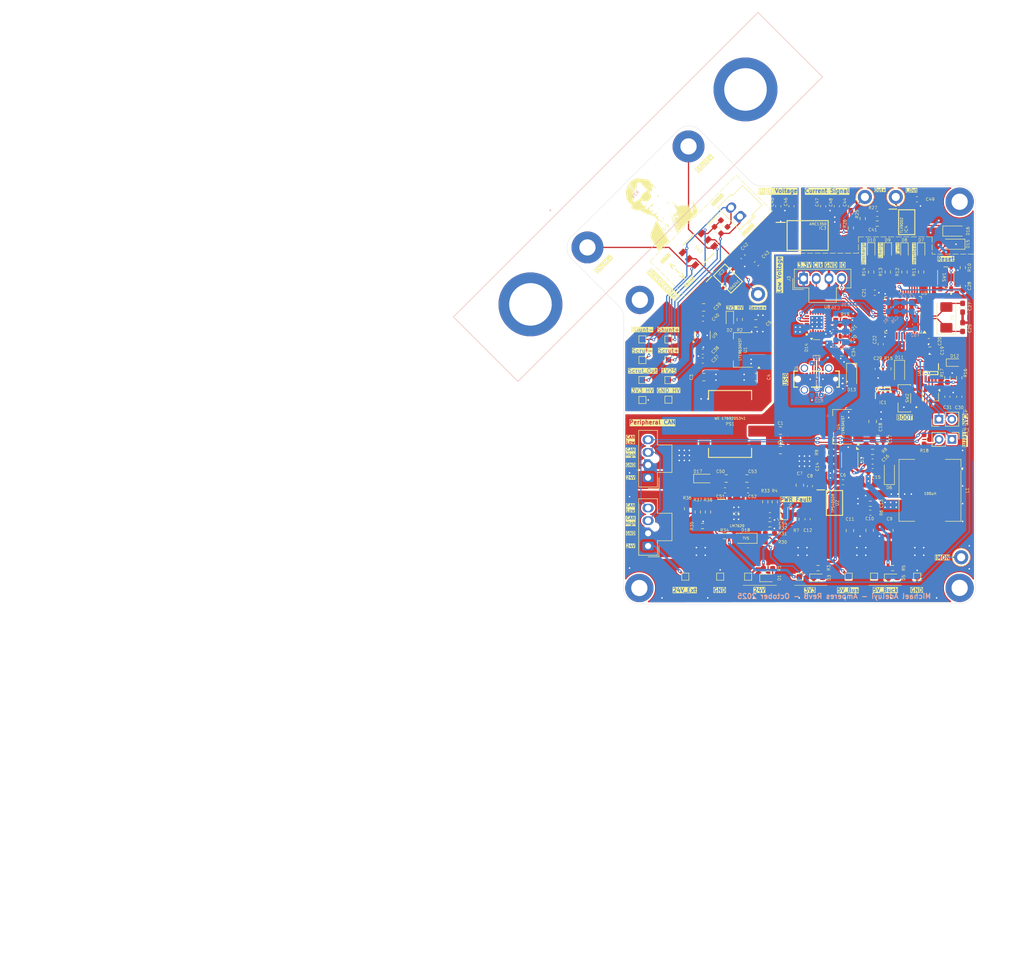
<source format=kicad_pcb>
(kicad_pcb (version 20241229) (generator "pcbnew") (generator_version "9.0")
  (layers (0 "F.Cu" signal) (2 "B.Cu" signal) (13 "F.Paste" user) (15 "B.Paste" user) (5 "F.SilkS" user "F.Silkscreen") (7 "B.SilkS" user "B.Silkscreen") (1 "F.Mask" user) (3 "B.Mask" user) (25 "Edge.Cuts" user))
  (net 0 "")
  (net 1 "GND")
  (net 2 "Net-(D1-A)")
  (net 3 "Net-(D2-A)")
  (net 4 "Net-(D4-A)")
  (net 5 "+24V")
  (net 6 "GND HV")
  (net 7 "+5V HV")
  (net 8 "+3.3V HV")
  (net 9 "Net-(D6-K)")
  (net 10 "Net-(U2-BOOT)")
  (net 11 "+5V_BUCK")
  (net 12 "Net-(U2-SS)")
  (net 13 "Net-(C13-Pad2)")
  (net 14 "Net-(U2-COMP)")
  (net 15 "+5V_VBUS")
  (net 16 "+5V")
  (net 17 "+3.3V")
  (net 18 "VDDA")
  (net 19 "GNDA")
  (net 20 "/MCU/OSC_IN")
  (net 21 "/MCU/OSC_OUT")
  (net 22 "/MCU/NRST")
  (net 23 "+1V25")
  (net 24 "Net-(IC4-IN1-)")
  (net 25 "/Current Sense/OUT1")
  (net 26 "/Current Sense/SENSE+")
  (net 27 "Net-(C44-Pad1)")
  (net 28 "+24V_Ext")
  (net 29 "/Power/PowerProtection/RTN")
  (net 30 "Net-(IC5-DVDT)")
  (net 31 "Net-(D3-A)")
  (net 32 "/Power/PWR_Fault")
  (net 33 "Net-(D5-A)")
  (net 34 "Net-(D7-A)")
  (net 35 "Net-(D8-A)")
  (net 36 "Net-(D9-A)")
  (net 37 "Net-(D10-A)")
  (net 38 "/MCU/BOOT0")
  (net 39 "Net-(D12-A)")
  (net 40 "/USB/VBUS_IN")
  (net 41 "/USB/D+")
  (net 42 "/USB/D-")
  (net 43 "/Current Sense/I_OUT")
  (net 44 "/MCU/ADC1_IN16")
  (net 45 "Net-(IC1-A)")
  (net 46 "Net-(IC1-Y)")
  (net 47 "/MCU/Boot_GPIO")
  (net 49 "/Current Sense/INPUT+")
  (net 50 "/Current Sense/INPUT-")
  (net 51 "/Current Sense/OUT+")
  (net 52 "/Power/PowerProtection/MODE")
  (net 54 "/Power/PowerProtection/IMON")
  (net 55 "/Power/PowerProtection/UVLO")
  (net 56 "/Power/PowerProtection/SHDN")
  (net 57 "/Power/PowerProtection/ILIM")
  (net 59 "/Power/PowerProtection/OVP")
  (net 60 "/CAN_HIGH")
  (net 61 "/CAN_LOW")
  (net 62 "/MCU/SWDIO")
  (net 63 "/MCU/SWCLK")
  (net 64 "/CAN/CAN1_RX")
  (net 65 "/CAN/CAN1_TX")
  (net 67 "/USB/CC2")
  (net 69 "/USB/CC1")
  (net 70 "/Current Sense/Scrut-")
  (net 71 "/Current Sense/Scrut+")
  (net 72 "Net-(JP1-B)")
  (net 73 "/Power/ROSC")
  (net 74 "/Power/STAT")
  (net 75 "/Power/ILIM")
  (net 76 "/MCU/LED_HB")
  (net 77 "/MCU/LED_FAULT")
  (net 78 "/MCU/LED_CHARGE")
  (net 79 "/MCU/LED_DISCHARGE")
  (net 80 "/CAN/Fault")
  (net 81 "/USB/RST")
  (net 82 "/USB/VBUS")
  (net 83 "/Current Sense/SHUNT-")
  (net 84 "/Current Sense/SHUNT+")
  (net 85 "/Current Sense/Scrut_Out")
  (net 93 "/MCU/USART1_TX")
  (net 96 "/MCU/USART1_RX")
  (net 128 "/Current Sense/Battery_GND")
  (net 129 "/Current Sense/Output_GND")
  (footprint "Capacitor_SMD:C_0603_1608Metric_Pad1.08x0.95mm_HandSolder" (layer "F.Cu") (at 189.8142 77.674299 90)
    (property "Reference" "C28")
    (property "Value" "100nF")
  )
  (footprint "Resistor_SMD:R_0603_1608Metric_Pad0.98x0.95mm_HandSolder" (layer "F.Cu") (at 151.7396 126.5174)
    (property "Reference" "R31")
    (property "Value" "19k")
  )
  (footprint "Diode_SMD:D_SOD-123F" (layer "F.Cu") (at 188.0646 66.8274)
    (property "Reference" "D16")
    (property "Value" "TVS")
  )
  (footprint "Connector_PinHeader_2.54mm:PinHeader_1x02_P2.54mm_Vertical" (layer "F.Cu") (at 185.0898 103.9622 90)
    (property "Reference" "J4")
    (property "Value" "Conn_01x02_Pin")
  )
  (footprint "UTSVT_Logos:Hallock_Image_Tiny" (layer "F.Cu") (at 128.68944 62.058914 45)
    (property "Reference" "LOGO2" (hide yes))
    (property "Value" "Dr. Hallock" (hide yes))
  )
  (footprint "Capacitor_SMD:C_0603_1608Metric_Pad1.08x0.95mm_HandSolder" (layer "F.Cu") (at 189.7634 81.96019 -90)
    (property "Reference" "C27")
    (property "Value" "12p")
  )
  (footprint "TestPoint:TestPoint_Pad_1.0x1.0mm" (layer "F.Cu") (at 131.7244 96.2406)
    (property "Reference" "TP16" (hide yes))
    (property "Value" "1V25")
  )
  (footprint "TestPoint:TestPoint_Pad_1.0x1.0mm" (layer "F.Cu") (at 131.7244 88.23939 180)
    (property "Reference" "TP10" (hide yes))
    (property "Value" "SHUNT+")
  )
  (footprint "Resistor_SMD:R_0603_1608Metric_Pad0.98x0.95mm_HandSolder" (layer "F.Cu") (at 186.764856 95.77119 90)
    (property "Reference" "R17")
    (property "Value" "10k")
  )
  (footprint "Connector_Molex:Molex_Nano-Fit_105309-xx04_1x04_P2.50mm_Vertical" (layer "F.Cu") (at 158.392237 76.19979 90)
    (property "Reference" "J3")
    (property "Value" "SWD")
  )
  (footprint "Package_SON:VSON-8-1EP_3x3mm_P0.65mm_EP1.65x2.4mm" (layer "F.Cu") (at 167.501037 111.99059 -90)
    (property "Reference" "U3")
    (property "Value" "TPS2115ADRBR")
  )
  (footprint "TestPoint:TestPoint_Pad_1.0x1.0mm" (layer "F.Cu") (at 126.591437 100.17739 -90)
    (property "Reference" "TP4" (hide yes))
    (property "Value" "3V3_HV")
  )
  (footprint "TestPoint:TestPoint_Pad_1.0x1.0mm" (layer "F.Cu") (at 131.7244 100.1014 180)
    (property "Reference" "TP9" (hide yes))
    (property "Value" "GND HV")
  )
  (footprint "TestPoint:TestPoint_Pad_1.0x1.0mm" (layer "F.Cu") (at 141.9352 135.0518)
    (property "Reference" "TP8" (hide yes))
    (property "Value" "GND")
  )
  (footprint "Parts:SW_TL3365AF180QG" (layer "F.Cu") (at 186.433837 75.997689 90)
    (property "Reference" "SW1")
    (property "Value" "RST")
  )
  (footprint "TestPoint:TestPoint_Pad_1.0x1.0mm" (layer "F.Cu") (at 147.447 135.0518)
    (property "Reference" "TP3" (hide yes))
    (property "Value" "24V")
  )
  (footprint "LED_SMD:LED_0603_1608Metric_Pad1.05x0.95mm_HandSolder" (layer "F.Cu") (at 181.581456 70.78959 -90)
    (property "Reference" "D7")
    (property "Value" "Heartbeat")
  )
  (footprint "LED_SMD:LED_0603_1608Metric_Pad1.05x0.95mm_HandSolder" (layer "F.Cu") (at 188.200437 92.79679)
    (property "Reference" "D12")
    (property "Value" "CAN Status")
  )
  (footprint "Resistor_SMD:R_0603_1608Metric_Pad0.98x0.95mm_HandSolder" (layer "F.Cu") (at 165.6588 84.4042 180)
    (property "Reference" "R19")
    (property "Value" "1k")
  )
  (footprint "MountingHole:MountingHole_3.2mm_M3_DIN965_Pad_TopBottom" (layer "F.Cu") (at 189.1792 61.0362)
    (property "Reference" "H1" (hide yes))
    (property "Value" "M1")
  )
  (footprint "Resistor_SMD:R_0603_1608Metric_Pad0.98x0.95mm_HandSolder" (layer "F.Cu") (at 145.796 84.2772 -90)
    (property "Reference" "R2")
    (property "Value" "120")
  )
  (footprint "Capacitor_SMD:C_0603_1608Metric_Pad1.08x0.95mm_HandSolder" (layer "F.Cu") (at 171.5516 122.428)
    (property "Reference" "C13")
    (property "Value" "3.3nF")
  )
  (footprint "Capacitor_SMD:C_0805_2012Metric_Pad1.18x1.45mm_HandSolder" (layer "F.Cu") (at 171.422437 125.90369 -90)
    (property "Reference" "C10")
    (property "Value" "10uF")
  )
  (footprint "Parts:USB412003C" (layer "F.Cu") (at 160.949428 96.04159 180)
    (property "Reference" "J5")
    (property "Value" "USB4120-03-C" (hide yes))
  )
  (footprint "UTSVT_Connectors:Molex_Nano-Fit_105309-xx04_1x04_P2.50mm_Vertical" (layer "F.Cu") (at 127.969037 125.92179 180)
    (property "Reference" "J2" (hide yes))
    (property "Value" "PeripheralCAN" (hide yes))
  )
  (footprint "Resistor_SMD:R_0603_1608Metric_Pad0.98x0.95mm_HandSolder" (layer "F.Cu") (at 141.462835 66.634435 135)
    (property "Reference" "R28")
    (property "Value" "34k")
  )
  (footprint "LED_SMD:LED_0603_1608Metric_Pad1.05x0.95mm_HandSolder" (layer "F.Cu") (at 175.013419 70.78959 -90)
    (property "Reference" "D9")
    (property "Value" "Charge")
  )
  (footprint "TestPoint:TestPoint_Pad_1.0x1.0mm" (layer "F.Cu") (at 157.5816 135.0518)
    (property "Reference" "TP5" (hide yes))
    (property "Value" "3V3")
  )
  (footprint "Resistor_SMD:R_0603_1608Metric_Pad0.98x0.95mm_HandSolder" (layer "F.Cu") (at 175.013419 74.91109 90)
    (property "Reference" "R13")
    (property "Value" "120")
  )
  (footprint "Resistor_SMD:R_0603_1608Metric_Pad0.98x0.95mm_HandSolder" (layer "F.Cu") (at 165.686228 88.65919 180)
    (property "Reference" "R20")
    (property "Value" "22k")
  )
  (footprint "Capacitor_SMD:C_0603_1608Metric_Pad1.08x0.95mm_HandSolder" (layer "F.Cu") (at 138.552156 84.09919)
    (property "Reference" "C40")
    (property "Value" "0.1uF")
  )
  (footprint "Capacitor_SMD:C_0603_1608Metric_Pad1.08x0.95mm_HandSolder" (layer "F.Cu") (at 172.005537 112.31859)
    (property "Reference" "C16")
    (property "Value" "1uF")
  )
  (footprint "TestPoint:TestPoint_Pad_1.0x1.0mm" (layer "F.Cu") (at 135.0518 135.0518)
    (property "Reference" "TP2" (hide yes))
    (property "Value" "24V_Ext")
  )
  (footprint "UTSVT_ICs:TCAN337DCNR" (layer "F.Cu") (at 183.4544 94.8636 -90)
    (property "Reference" "U6")
    (property "Value" "TCAN337" (hide yes))
  )
  (footprint "Resistor_SMD:R_0603_1608Metric_Pad0.98x0.95mm_HandSolder" (layer "F.Cu") (at 167.722056 66.207109 90)
    (property "Reference" "R26")
    (property "Value" "3.3k")
  )
  (footprint "Capacitor_SMD:C_0805_2012Metric_Pad1.18x1.45mm_HandSolder" (layer "F.Cu") (at 175.308637 125.91149 -90)
    (property "Reference" "C9")
    (property "Value" "10uF")
  )
  (footprint "Parts:SN74AHC1G32DBVR" (layer "F.Cu") (at 174.067637 98.05199 90)
    (property "Reference" "IC1")
    (property "Value" "SN74AHC1G32DBVR" (hide yes))
  )
  (footprint "Capacitor_SMD:C_0603_1608Metric_Pad1.08x0.95mm_HandSolder" (layer "F.Cu") (at 172.921155 63.42359 180)
    (property "Reference" "C41")
    (property "Value" "1uF")
  )
  (footprint "Diode_SMD:D_SOD-123F" (layer "F.Cu") (at 175.3108 114.6556 90)
    (property "Reference" "D6")
    (property "Value" "MBR230S1F")
  )
  (footprint "LED_SMD:LED_0603_1608Metric_Pad1.05x0.95mm_HandSolder" (layer "F.Cu") (at 151.4046 135.3058)
    (property "Reference" "D1")
    (property "Value" "24V")
  )
  (footprint "Parts:INA241A5IDR" (layer "F.Cu") (at 143.471795 76.211128 45)
    (property "Reference" "IC2")
    (property "Value" "INA241A4IDR" (hide yes))
  )
  (footprint "TestPoint:TestPoint_Pad_1.0x1.0mm" (layer "F.Cu") (at 126.591437 96.231923 90)
    (property "Reference" "TP13" (hide yes))
    (property "Value" "V_Out+")
  )
  (footprint "Resistor_SMD:R_0603_1608Metric_Pad0.98x0.95mm_HandSolder" (layer "F.Cu") (at 178.297437 74.91109 90)
    (property "Reference" "R12")
    (property "Value" "120")
  )
  (footprint "Parts:AMC1350DWVR" (layer "F.Cu") (at 159.187656 67.69079)
    (property "Reference" "IC3")
    (property "Value" "AMC1350DWVR" (hide yes))
  )
  (footprint "UTSVT_ICs:CP2102N-A02-GQFN24" (layer "F.Cu") (at 160.992628 84.86879 90)
    (property "Reference" "U8")
    (property "Value" "CP2102N-A02-GQFN24" (hide yes))
  )
  (footprint "Parts:SW_CJS-1200TA" (layer "F.Cu") (at 178.273437 99.84459 90)
    (property "Reference" "SW2")
    (property "Value" "BOOT")
  )
  (footprint "TestPoint:TestPoint_Keystone_5005-5009_Compact" (layer "F.Cu") (at 170.4848 60.0964)
    (property "Reference" "TP18" (hide yes))
    (property "Value" "Out+")
  )
  (footprint "Capacitor_SMD:C_0603_1608Metric_Pad1.08x0.95mm_HandSolder" (layer "F.Cu") (at 146.431 71.9074 135)
    (property "Reference" "C42")
    (property "Value" "0.1uF")
  )
  (footprint "Capacitor_SMD:C_0603_1608Metric_Pad1.08x0.95mm_HandSolder" (layer "F.Cu") (at 138.495856 92.390478)
    (property "Reference" "C37")
    (property "Value" "0.1uF")
  )
  (footprint "Capacitor_SMD:C_0603_1608Metric_Pad1.08x0.95mm_HandSolder" (layer "F.Cu") (at 151.7396 122.916476)
    (property "Reference" "C54")
    (property "Value" "100nF")
  )
  (footprint "Package_TO_SOT_SMD:SOT-143" (layer "F.Cu") (at 160.957028 89.81349)
    (property "Reference" "D14")
    (property "Value" "SP0503BAHT")
  )
  (footprint "Capacitor_SMD:C_0805_2012Metric_Pad1.18x1.45mm_HandSolder" (layer "F.Cu") (at 138.676956 81.88939)
    (property "Reference" "C39")
    (property "Value" "10uF")
  )
  (footprint "Package_TO_SOT_SMD:SOT-23-6" (layer "F.Cu") (at 138.407756 87.39569 90)
    (property "Reference" "U9")
    (property "Value" "REF35125QDBVR")
  )
  (footprint "Capacitor_SMD:C_0805_2012Metric_Pad1.18x1.45mm_HandSolder" (layer "F.Cu") (at 148.967856 85.03899 180)
    (property "Reference" "C5")
    (property "Value" "10uF")
  )
  (footprint "Diode_SMD:D_SOD-123F" (layer "F.Cu") (at 177.322018 94.544389 -90)
    (property "Reference" "D11")
    (property "Value" "TVS")
  )
  (footprint "Capacitor_SMD:C_0603_1608Metric_Pad1.08x0.95mm_HandSolder" (layer "F.Cu") (at 183.1086 88.5444)
    (property "Reference" "C20")
    (property "Value" "100nF")
  )
  (footprint "Diode_SMD:D_SOD-123" (layer "F.Cu") (at 167.8686 95.3008 -90)
    (property "Reference" "D13")
    (property "Value" "1N5819HW")
  )
  (footprint "Capacitor_SMD:C_0805_2012Metric_Pad1.18x1.45mm_HandSolder" (layer "F.Cu") (at 147.193 115.6716 180)
    (property "Reference" "C53")
    (property "Value" "10uF")
  )
  (footprint "TestPoint:TestPoint_Keystone_5005-5009_Compact" (layer "F.Cu") (at 189.484 131.2164)
    (property "Reference" "TP19" (hide yes))
    (property "Value" "IMON")
  )
  (footprint "Capacitor_SMD:C_0805_2012Metric_Pad1.18x1.45mm_HandSolder" (layer "F.Cu") (at 153.8263 106.1974)
    (property "Reference" "C1")
    (property "Value" "4.7uF")
  )
  (footprint "LED_SMD:LED_0603_1608Metric_Pad1.05x0.95mm_HandSolder" (layer "F.Cu") (at 154.5082 122.1486 90)
    (property "Reference" "D4")
    (property "Value" "PFLT")
  )
  (footprint "LED_SMD:LED_0603_1608Metric_Pad1.05x0.95mm_HandSolder" (layer "F.Cu") (at 175.9969 135.255)
    (property "Reference" "D5")
    (property "Value" "BUCK")
  )
  (footprint "Diode_SMD:D_SOD-123F" (layer "F.Cu") (at 188.0196 69.4182 180)
    (property "Reference" "D15")
    (property "Value" "TVS")
  )
  (footprint "TestPoint:TestPoint_Pad_1.0x1.0mm" (layer "F.Cu") (at 180.7972 135.0518)
    (property "Reference" "TP15" (hide yes))
    (property "Value" "GND")
  )
  (footprint "Resistor_SMD:R_0603_1608Metric_Pad0.98x0.95mm_HandSolder" (layer "F.Cu") (at 138.4554 125.0442 180)
    (property "Reference" "R35")
    (property "Value" "402k")
  )
  (footprint "Diode_SMD:D_SOD-323_HandSoldering" (layer "F.Cu") (at 138.714799 115.6716)
    (property "Reference" "D17")
    (property "Value" "TVS")
  )
  (footprint "Resistor_SMD:R_0603_1608Metric_Pad0.98x0.95mm_HandSolder" (layer "F.Cu") (at 161.2373 133.35)
    (property "Reference" "R3")
    (property "Value" "120")
  )
  (footprint "Package_QFP:LQFP-48_7x7mm_P0.5mm" (layer "F.Cu") (at 178.028556 83.35859 180)
    (property "Reference" "U5")
    (property "Value" "STM32L431CBTx")
  )
  (footprint "Capacitor_SMD:C_0603_1608Metric_Pad1.08x0.95mm_HandSolder" (layer "F.Cu") (at 156.008056 61.92609 90)
    (property "Reference" "C46")
    (property "Value" "1uF")
  )
  (footprint "Capacitor_SMD:C_0603_1608Metric_Pad1.08x0.95mm_HandSolder" (layer "F.Cu") (at 153.396456 61.92609 90)
    (property "Reference" "C45")
    (property "Value" "100nF")
  )
  (footprint "Parts:WE_1769205341" (layer "F.Cu") (at 143.884237 104.90179 90)
    (property "Reference" "PS1")
    (property "Value" "1769205341" (hide yes))
  )
  (footprint "Connector_PinHeader_2.54mm:PinHeader_1x02_P2.54mm_Vertical" (layer "F.Cu") (at 187.653036 107.94789 -90)
    (property "Reference" "JP1")
    (property "Value" "Termination")
  )
  (footprint "Capacitor_SMD:C_0603_1608Metric_Pad1.08x0.95mm_HandSolder" (layer "F.Cu") (at 162.261056 61.92609 90)
    (property "Reference" "C47")
    (property "Value" "1uF")
  )
  (footprint "Resistor_SMD:R_0603_1608Metric_Pad0.98x0.95mm_HandSolder" (layer "F.Cu") (at 135.4074 121.6406 -90)
    (property "Reference" "R36")
    (property "Value" "45.3k")
  )
  (footprint "Package_TO_SOT_SMD:SOT-223-3_TabPin2" (layer "F.Cu") (at 166.040199 105.4554 180)
    (property "Reference" "U4")
    (property "Value" "LT1963AEST-3.3#TRPBF")
  )
  (footprint "Resistor_SMD:R_0603_1608Metric_Pad0.98x0.95mm_HandSolder" (layer "F.Cu") (at 175.112637 94.02949 -90)
    (property "Reference" "R15")
    (property "Value" "10k")
  )
  (footprint "TestPoint:TestPoint_Pad_1.0x1.0mm" (layer "F.Cu") (at 126.591437 88.2142 180)
    (property "Reference" "TP11" (hide yes))
    (property "Value" "SHUNT-")
  )
  (footprint "LED_SMD:LED_0603_1608Metric_Pad1.05x0.95mm_HandSolder" (layer "F.Cu") (at 143.8402 84.3251 -90)
    (property "Reference" "D2")
    (property "Value" "3.3V HV")
  )
  (footprint "Resistor_SMD:R_0603_1608Metric_Pad0.98x0.95mm_HandSolder" (layer "F.Cu") (at 156.972 123.6999 -90)
    (property "Reference" "R7")
    (property "Value" "ROSC")
  )
  (footprint "Resistor_SMD:R_0603_1608Metric_Pad0.98x0.95mm_HandSolder" (layer "F.Cu") (at 151.7396 128.2192 180)
    (property "Reference" "R30")
    (property "Value" "100k")
  )
  (footprint "Resistor_SMD:R_0603_1608Metric_Pad0.98x0.95mm_HandSolder" (layer "F.Cu") (at 182.166637 107.94979 90)
    (property "Reference" "R18")
    (property "Value" "120")
  )
  (footprint "Resistor_SMD:R_0603_1608Metric_Pad0.98x0.95mm_HandSolder" (layer "F.Cu") (at 175.9744 133.35)
    (property "Reference" "R5")
    (property "Value" "768")
  )
  (footprint "LED_SMD:LED_0603_1608Metric_Pad1.05x0.95mm_HandSolder" (layer "F.Cu") (at 161.2598 135.255)
    (property "Reference" "D3")
    (property "Value" "3.3V")
  )
  (footprint "Package_TO_SOT_SMD:SOT-223-3_TabPin2" (layer "F.Cu") (at 146.449356 90.28469 180)
    (property "Reference" "U1")
    (property "Value" "LT1963AEST-3.3#TRPBF")
  )
  (footprint "Resistor_SMD:R_0603_1608Metric_Pad0.98x0.95mm_HandSolder" (layer "F.Cu") (at 137.5156 122.2756 -90)
    (property "Reference" "R37")
    (property "Value" "590")
  )
  (footprint "LED_SMD:LED_0603_1608Metric_Pad1.05x0.95mm_HandSolder" (layer "F.Cu") (at 171.7294 70.78959 -90)
    (property "Reference" "D10")
    (property "Value" "Discharge")
  )
  (footprint "Capacitor_SMD:C_0603_1608Metric_Pad1.08x0.95mm_HandSolder" (layer "F.Cu") (at 189.7634 85.77019 90)
    (property "Reference" "C25")
    (property "Value" "12p")
  )
  (footprint "Inductor_SMD:L_Coilcraft_MSS1246-XXX" (layer "F.Cu") (at 183.3263 118.0084 -90)
    (property "Reference" "L1")
    (property "Value" "100uH")
  )
  (footprint "Capacitor_SMD:C_0805_2012Metric_Pad1.18x1.45mm_HandSolder" (layer "F.Cu") (at 173.050199 107.8938)
    (property "Reference" "C17")
    (property "Value" "10uF")
  )
  (footprint "Resistor_SMD:R_0603_1608Metric_Pad0.98x0.95mm_HandSolder" (layer "F.Cu") (at 189.8142 74.041 90)
    (property "Reference" "R10")
    (property "Value" "10k")
  )
  (footprint "Capacitor_SMD:C_0805_2012Metric_Pad1.18x1.45mm_HandSolder" (layer "F.Cu") (at 153.8263 110.0582)
    (property "Reference" "C2")
    (property "Value" "4.7uF")
  )
  (footprint "Resistor_SMD:R_0603_1608Metric_Pad0.98x0.95mm_HandSolder" (layer "F.Cu") (at 189.101656 95.77119 90)
    (property "Reference" "R16")
    (property "Value" "120")
  )
  (footprint "Resistor_SMD:R_0603_1608Metric_Pad0.98x0.95mm_HandSolder" (layer "F.Cu") (at 181.581456 74.91109 90)
    (property "Reference" "R11")
    (property "Value" "120")
  )
  (footprint "Capacitor_SMD:C_0603_1608Metric_Pad1.08x0.95mm_HandSolder" (layer "F.Cu") (at 159.1818 123.6999 -90)
    (property "Reference" "C12")
    (property "Value" "10nF")
  )
  (footprint "Resistor_SMD:R_0603_1608Metric_Pad0.98x0.95mm_HandSolder" (layer "F.Cu") (at 142.717672 65.349268 -45)
    (property "Reference" "R29")
    (property "Value" "51")
  )
  (footprint "Capacitor_SMD:C_0805_2012Metric_Pad1.18x1.45mm_HandSolder" (layer "F.Cu") (at 149.069456 95.65619)
    (property "Reference" "C4")
    (property "Value" "10uF")
  )
  (footprint "Resistor_SMD:R_0603_1608Metric_Pad0.98x0.95mm_HandSolder" (layer "F.Cu") (at 152.7048 120.269 -90)
    (property "Reference" "R4")
    (property "Value" "4.3k")
  )
  (footprint "Parts:TLV9002QDRQ1" (layer "F.Cu") (at 178.736656 65.07459)
    (property "Reference" "IC4")
    (property "Value" "TLV9002QDRQ1" (hide yes))
  )
  (footprint "UTSVT_Power:LM76202QPWPRQ1" (layer "F.Cu") (at 145.104799 122.620202)
    (property "Reference" "IC5")
    (property "Value" "LM76202QPWPRQ1" (hide yes))
  )
  (footprint "Capacitor_SMD:C_0603_1608Metric_Pad1.08x0.95mm_HandSolder" (layer "F.Cu") (at 173.022637 94.02949 90)
    (property "Reference" "C29")
    (property "Value" "0.1uF")
  )
  (footprint "Capacitor_SMD:C_0603_1608Metric_Pad1.08x0.95mm_HandSolder" (layer "F.Cu") (at 166.1668 116.4082)
    (property "Reference" "C6")
    (property "Value" "0.1uF")
  )
  (footprint "Capacitor_SMD:C_0603_1608Metric_Pad1.08x0.95mm_HandSolder" (layer "F.Cu") (at 189.101656 99.52929 -90)
    (property "Reference" "C30")
    (property "Value" "100nF")
  )
  (footprint "TestPoint:TestPoint_Pad_1.0x1.0mm" (layer "F.Cu") (at 167.2844 135.0518)
    (property "Reference" "TP7" (hide yes))
    (property "Value" "5V_USB")
  )
  (footprint "Resistor_SMD:R_0603_1608Metric_Pad0.98x0.95mm_HandSolder" (layer "F.Cu") (at 142.7915 127.050801 180)
    (property "Reference" "R34")
    (property "Value" "10k")
  )
  (footprint "TestPoint:TestPoint_Keystone_5005-5009_Compact" (layer "F.Cu") (at 176.5808 60.0964)
    (property "Reference" "TP1" (hide yes))
    (property "Value" "TP_Current")
  )
  (footprint "Resistor_SMD:R_0603_1608Metric_Pad0.98x0.95mm_HandSolder" (layer "F.Cu") (at 171.5516 120.65 180)
    (property "Reference" "R6")
    (property "Value" "16k")
  )
  (footprint "Capacitor_SMD:C_0805_2012Metric_Pad1.18x1.45mm_HandSolder" (layer "F.Cu") (at 165.889428 90.74199)
    (property "Reference" "C34")
    (property "Value" "10uF")
  )
  (footprint "Crystal:Crystal_SMD_Abracon_ABM3-2Pin_5.0x3.2mm" (layer "F.Cu") (at 186.559856 83.87059 90)
    (property "Reference" "Y1")
    (property "Value" "8M")
  )
  (footprint "TestPoint:TestPoint_Pad_1.0x1.0mm" (layer "F.Cu") (at 126.591437 92.286457)
    (property "Reference" "TP14" (hide yes))
    (property "Value" "V_In-")
  )
  (footprint "Parts:CAS220TB" (layer "F.Cu") (at 137.641204 70.42127 135)
    (property "Reference" "SW3")
    (property "Value" "Scrut Select" (hide yes))
  )
  (footprint "Capacitor_SMD:C_0603_1608Metric_Pad1.08x0.95mm_HandSolder" (layer "F.Cu") (at 172.005537 114.22359)
    (property "Reference" "C15")
    (property "Value" "0.1uF")
  )
  (footprint "Capacitor_SMD:C_0603_1608Metric_Pad1.08x0.95mm_HandSolder" (layer "F.Cu") (at 173.605856 89.15379 -90)
    (property "Reference" "C22")
    (property "Value" "100nF")
  )
  (footprint "Capacitor_SMD:C_0603_1608Metric_Pad1.08x0.95mm_HandSolder" (layer "F.Cu") (at 142.882802 118.008402)
    (property "Reference" "C51")
    (property "Value" "1uF")
  )
  (footprint "Resistor_SMD:R_0603_1608Metric_Pad0.98x0.95mm_HandSolder" (layer "F.Cu") (at 165.6861 86.4616)
    (property "Reference" "R21")
    (property "Value" "47k")
  )
  (footprint "Capacitor_SMD:C_0603_1608Metric_Pad1.08x0.95mm_HandSolder" (layer "F.Cu") (at 149.098 73.279 45)
    (property "Reference" "C43")
    (property "Value" "1nF")
  )
  (footprint "Capacitor_SMD:C_0603_1608Metric_Pad1.08x0.95mm_HandSolder" (layer "F.Cu") (at 167.722056 61.92609 90)
    (property "Reference" "C44")
    (property "Value" "7.5uF")
  )
  (footprint "Capacitor_SMD:C_0603_1608Metric_Pad1.08x0.95mm_HandSolder" (layer "F.Cu") (at 147.423 118.008402 180)
    (property "Reference" "C52")
    (property "Value" "1uF")
  )
  (footprint "Resistor_SMD:R_0603_1608Metric_Pad0.98x0.95mm_HandSolder" (layer "F.Cu") (at 170.049856 64.36339 90)
    (property "Reference" "R25")
    (property "Value" "8.2k")
  )
  (footprint "MountingHole:MountingHole_3.2mm_M3_DIN965_Pad_TopBottom" (layer "F.Cu") (at 126.087763 80.4164)
    (property "Reference" "H2" (hide yes))
    (property "Value" "M3")
  )
  (footprint "Capacitor_SMD:C_0603_1608Metric_Pad1.08x0.95mm_HandSolder" (layer "F.Cu") (at 186.764856 99.52929 -90)
    (property "Reference" "C31")
    (property "Value" "100nF")
  )
  (footprint "Capacitor_SMD:C_0603_1608Metric_Pad1.08x0.95mm_HandSolder" (layer "F.Cu") (at 172.4417 78.990646 180)
    (property "Reference" "C21")
    (property "Value" "100nF")
  )
  (footprint "Capacitor_SMD:C_0603_1608Metric_Pad1.08x0.95mm_HandSolder" (layer "F.Cu") (at 180.7464 60.5536 180)
    (property "Reference" "C49")
    (property "Value" "0.1uF")
  )
  (footprint "Capacitor_SMD:C_0805_2012Metric_Pad1.18x1.45mm_HandSolder" (layer "F.Cu") (at 167.536237 125.95449 -90)
    (property "Reference" "C11")
    (property "Value" "10uF")
  )
  (footprint "Resistor_SMD:R_0603_1608Metric_Pad0.98x0.95mm_HandSolder" (layer "F.Cu") (at 151.7396 124.714)
    (property "Reference" "R32")
    (property "Value" "10k")
  )
  (footprint "UTSVT_Power:TPS5405DR" (layer "F.Cu") (at 164.488237 120.49489)
    (property "Reference" "U2")
    (property "Value" "TPS5405DR" (hide yes))
  )
  (footprint "Diode_SMD:D_SOD-123F" (layer "F.Cu") (at 147.0079 127.470801 180)
    (property "Reference" "D18")
    (property "Value" "TVS")
  )
  (footprint "UTSVT_Connectors:Molex_Nano-Fit_105309-xx04_1x04_P2.50mm_Vertical" (layer "F.Cu") (at 127.969037 112.439791 180)
    (property "Reference" "J1" (hide yes))
    (property "Value" "PeripheralCAN" (hide yes))
  )
  (footprint "Capacitor_SMD:C_0603_1608Metric_Pad1.08x0.95mm_HandSolder" (layer "F.Cu") (at 164.953456 61.92609 90)
    (property "Reference" "C48")
    (property "Value" "100nF")
  )
  (footprint "MountingHole:MountingHole_3.2mm_M3_DIN965_Pad_TopBottom" (layer "F.Cu") (at 125.984 137.287)
    (property "Reference" "H3" (hide yes))
    (property "Value" "M2")
  )
  (footprint "UTSVT_ICs:CDSOT23-T24CAN" (layer "F.Cu") (at 183.409556 99.28599 -90)
    (property "Reference" "U7" (hide yes))
    (property "Value" "CDSOT23-T24CAN")
  )
  (footprint "TestPoint:TestPoint_Pad_1.0x1.0mm" (layer "F.Cu") (at 131.7244 92.261267 -90)
    (property "Reference" "TP12" (hide yes))
    (property "Value" "V_In+")
  )
  (footprint "MountingHole:MountingHole_3.2mm_M3_DIN965_Pad_TopBottom" (layer "F.Cu") (at 189.1792 137.2616)
    (property "Reference" "H4" (hide yes))
    (property "Value" "M4")
  )
  (footprint "TestPoint:TestPoint_Pad_1.0x1.0mm" (layer "F.Cu") (at 172.2882 135.0518)
    (property "Reference" "TP6" (hide yes))
    (property "Value" "5V_BK")
  )
  (footprint "TestPoint:TestPoint_Keystone_5005-5009_Compact" (layer "F.Cu") (at 149.4028 79.2734)
    (property "Reference" "TP17" (hide yes))
    (property "Value" "Sense+")
  )
  (footprint "Resistor_SMD:R_0603_1608Metric_Pad0.98x0.95mm_HandSolder" (layer "F.Cu") (at 171.7294 74.91109 90)
    (property "Reference" "R14")
    (property "Value" "120")
  )
  (footprint "Capacitor_SMD:C_0805_2012Metric_Pad1.18x1.45mm_HandSolder" (layer "F.Cu") (at 157.6578 116.9885 90)
    (property "Reference" "C7")
    (property "Value" "10uF")
  )
  (footprint "Resistor_SMD:R_0603_1608Metric_Pad0.98x0.95mm_HandSolder" (layer "F.Cu") (at 163.165537 110.54059 180)
    (property "Reference" "R9")
    (property "Value" "332")
  )
  (footprint "Resistor_SMD:R_0603_1608Metric_Pad0.98x0.95mm_HandSolder" (layer "F.Cu") (at 151.3821 133.4008)
    (property "Reference" "R1")
    (property "Value" "4.3k")
  )
  (footprint "Resistor_SMD:R_0603_1608Metric_Pad0.98x0.95mm_HandSolder" (layer "F.Cu") (at 150.8252 120.269 -90)
    (property "Reference" "R33")
    (property "Value" "10k")
  )
  (footprint "Capacitor_SMD:C_0805_2012Metric_Pad1.18x1.45mm_HandSolder" (layer "F.Cu") (at 138.706256 95.65619 180)
    (property "Reference" "C3")
    (property "Value" "10uF")
  )
  (footprint "Resistor_SMD:R_0603_1608Metric_Pad0.98x0.95mm_HandSolder" (layer "F.Cu") (at 172.921155 65.35399)
    (property "Reference" "R27")
    (property "Value" "4.3k")
  )
  (footprint "LED_SMD:LED_0603_1608Metric_Pad1.05x0.95mm_HandSolder" (layer "F.Cu") (at 178.297437 70.78959 -90)
    (property "Reference" "D8")
    (property "Value" "Fault")
  )
  (footprint "Resistor_SMD:R_0603_1608Metric_Pad0.98x0.95mm_HandSolder" (layer "F.Cu") (at 139.5222 122.2756 -90)
    (property "Reference" "R38")
    (property "Value" "2.1k")
  )
  (footprint "Capacitor_SMD:C_0805_2012Metric_Pad1.18x1.45mm_HandSolder" (layer "F.Cu") (at 183.3157 90.4494)
    (property "Reference" "C19")
    (property "Value" "4.7uF")
  )
  (footprint "Capacitor_SMD:C_0603_1608Metric_Pad1.08x0.95mm_HandSolder" (layer "F.Cu") (at 163.163637 113.38539 180)
    (property "Reference" "C14")
    (property "Value" "0.1uF")
  )
  (footprint "Resistor_SMD:R_0603_1608Metric_Pad0.98x0.95mm_HandSolder" (layer "F.Cu") (at 172.005537 110.41359 180)
    (property "Reference" "R8")
    (property "Value" "10k")
  )
  (footprint "Connector_Molex:Molex_Nano-Fit_105309-xx02_1x02_P2.50mm_Vertical" (layer "F.Cu") (at 145.83396 63.959807 -135)
    (property "Reference" "J6" (hide yes))
    (property "Value" "Scrut Conn")
  )
  (footprint "Capacitor_SMD:C_0603_1608Metric_Pad1.08x0.95mm_HandSolder" (layer "F.Cu") (at 159.639 117.1917 90)
    (property "Reference" "C8")
    (property "Value" "1uF")
  )
  (footprint "Capacitor_SMD:C_0805_2012Metric_Pad1.18x1.45mm_HandSolder" (layer "F.Cu") (at 172.0088 104.4194 -90)
    (property "Reference" "C18")
    (property "Value" "10uF")
  )
  (footprint "Capacitor_SMD:C_0805_2012Metric_Pad1.18x1.45mm_HandSolder" (layer "F.Cu") (at 143.1251 115.6716)
    (property "Reference" "C50")
    (property "Value" "10uF")
  )
  (footprint "Capacitor_SMD:C_0603_1608Metric_Pad1.08x0.95mm_HandSolder" (layer "F.Cu") (at 138.495856 90.626809)
    (property "Reference" "C38")
    (property "Value" "1uF")
  )
  (footprint "Capacitor_SMD:C_0603_1608Metric_Pad1.08x0.95mm_HandSolder" (layer "B.Cu") (at 179.8066 81.83459 -90)
    (property "Reference" "C24")
    (property "Value" "100nF")
  )
  (footprint "Capacitor_SMD:C_0603_1608Metric_Pad1.08x0.95mm_HandSolder" (layer "B.Cu") (at 176.6062 81.83459 -90)
    (property "Reference" "C26")
    (property "Value" "100nF")
  )
  (footprint "Capacitor_SMD:C_0603_1608Metric_Pad1.08x0.95mm_HandSolder" (layer "B.Cu") (at 175.0822 81.83459 -90)
    (property "Reference" "FB1")
    (property "Value" "FerriteBead")
  )
  (footprint "Capacitor_SMD:C_0603_1608Metric_Pad1.08x0.95mm_HandSolder" (layer "B.Cu") (at 164.719 83.996701 90)
    (property "Reference" "C36")
    (property "Value" "0.1uF")
  )
  (footprint "Capacitor_SMD:C_0603_1608Metric_Pad1.08x0.95mm_HandSolder" (layer "B.Cu") (at 178.181 81.83459 -90)
    (property "Reference" "C23")
    (property "Value" "100nF")
  )
  (footprint "Capacitor_SMD:C_0805_2012Metric_Pad1.18x1.45mm_HandSolder" (layer "B.Cu") (at 166.7002 83.766701 90)
    (property "Reference" "C35")
    (property "Value" "4.7uF")
  )
  (footprint "Resistor_SMD:R_0603_1608Metric_Pad0.98x0.95mm_HandSolder" (layer "B.Cu") (at 160.973028 99.19839 180)
    (property "Reference" "R22")
    (property "Value" "5.1k")
  )
  (footprint "UTSVT_Logos:LHRs_LOGO" (layer "B.Cu") (at 137.3886 105.156 180)
    (property "Reference" "LOGO1" (hide yes))
    (property "Value" "logo placeholder" (hide yes))
  )
  (footprint "Resistor_SMD:R_0603_1608Metric_Pad0.98x0.95mm_HandSolder" (layer "B.Cu") (at 160.949428 92.89919)
    (property "Reference" "R23")
    (property "Value" "5.1k")
  )
  (footprint "Parts:WSBS8518L2500JKM4" (layer "B.Cu") (at 115.74742 70.054231 45)
    (property "Reference" "R39")
    (property "Value" "WSBS8518L2500JTP3" (hide yes))
  )
  (footprint "Capacitor_SMD:C_0805_2012Metric_Pad1.18x1.45mm_HandSolder" (layer "B.Cu") (at 166.7002 87.709001 -90)
    (property "Reference" "C32")
    (property "Value" "4.7uF")
  )
  (footprint "Capacitor_SMD:C_0603_1608Metric_Pad1.08x0.95mm_HandSolder" (layer "B.Cu") (at 180.388637 85.241091 90)
    (property "Reference" "FB2")
    (property "Value" "FerriteBead")
  )
  (footprint "Capacitor_SMD:C_0603_1608Metric_Pad1.08x0.95mm_HandSolder" (layer "B.Cu") (at 164.721533 87.479001 -90)
    (property "Reference" "C33")
    (property "Value" "0.1uF")
  )
  (gr_line (start 191.9224 71.374) (end 183.7436 71.382251) (stroke (width 0.1) (type dash)) (layer "F.SilkS"))
  (gr_line (start 146.4564 136.7536) (end 153.0604 136.7536) (stroke (width 0.1)) (layer "F.SilkS"))
  (gr_line (start 171.2722 136.7536) (end 177.7238 136.7536) (stroke (width 0.1)) (layer "F.SilkS"))
  (gr_line (start 150.1394 102.7176) (end 123.1138 102.7176) (stroke (width 0.1) (type dash)) (layer "F.SilkS"))
  (gr_line (start 157.6578 58.039) (end 157.6578 71.1962) (stroke (width 0.1) (type dash)) (layer "F.SilkS"))
  (gr_line (start 152.3238 71.1962) (end 152.3238 100.5078) (stroke (width 0.1) (type dash)) (layer "F.SilkS"))
  (gr_line (start 156.591 136.7536) (end 163.0172 136.7536) (stroke (width 0.1)) (layer "F.SilkS"))
  (gr_line (start 183.7436 67.962295) (end 183.7436 71.382251) (stroke (width 0.1) (type dash)) (layer "F.SilkS"))
  (gr_line (start 169.2148 67.978533) (end 169.2148 71.1962) (stroke (width 0.1) (type dash)) (layer "F.SilkS"))
  (gr_line (start 153.4922 124.0282) (end 153.2128 123.5202) (stroke (width 0.1)) (layer "F.SilkS"))
  (gr_line (start 169.2148 71.1962) (end 152.3238 71.1962) (stroke (width 0.1) (type dash)) (layer "F.SilkS"))
  (gr_poly (pts (xy 128.112307 72.801126) (xy 145.10768 55.824501) (xy 152.224104 62.860885) (xy 135.275797 79.942405)) (stroke (width 0.1) (type dash)) (fill no) (layer "F.SilkS"))
  (gr_line (start 152.3238 100.5078) (end 150.1394 102.7176) (stroke (width 0.1) (type dash)) (layer "F.SilkS"))
  (gr_line (start 183.7182 67.962295) (end 169.2402 67.978505) (stroke (width 0.1) (type dash)) (layer "F.SilkS"))
  (gr_line (start 122.885514 137.406304) (end 122.929655 83.863487) (stroke (width 0.05)) (layer "Edge.Cuts"))
  (gr_line (start 112.580535 67.992042) (end 133.669899 46.931211) (stroke (width 0.05)) (layer "Edge.Cuts"))
  (gr_arc (start 192.299053 137.360198) (mid 191.421808 139.481931) (end 189.301264 140.362045) (stroke (width 0.05)) (layer "Edge.Cuts"))
  (gr_arc (start 189.251949 57.91179) (mid 191.372588 58.789833) (end 192.251948 60.909942) (stroke (width 0.05)) (layer "Edge.Cuts"))
  (gr_arc (start 112.57556 72.232573) (mid 111.700417 70.111279) (end 112.580535 67.992042) (stroke (width 0.05)) (layer "Edge.Cuts"))
  (gr_arc (start 133.669899 46.931211) (mid 135.797442 46.053977) (end 137.920477 46.942063) (stroke (width 0.05)) (layer "Edge.Cuts"))
  (gr_line (start 137.920477 46.942063) (end 147.913201 57.023695) (stroke (width 0.05)) (layer "Edge.Cuts"))
  (gr_line (start 122.054516 81.743239) (end 112.57556 72.232573) (stroke (width 0.05)) (layer "Edge.Cuts"))
  (gr_arc (start 125.887724 140.408776) (mid 123.7641 139.530005) (end 122.885514 137.406304) (stroke (width 0.05)) (layer "Edge.Cuts"))
  (gr_line (start 189.301264 140.362045) (end 125.887724 140.408776) (stroke (width 0.05)) (layer "Edge.Cuts"))
  (gr_line (start 150.043896 57.91179) (end 189.251949 57.91179) (stroke (width 0.05)) (layer "Edge.Cuts"))
  (gr_line (start 192.251948 60.909942) (end 192.299053 137.360198) (stroke (width 0.05)) (layer "Edge.Cuts"))
  (gr_arc (start 150.043896 57.91179) (mid 148.889712 57.680878) (end 147.913201 57.023695) (stroke (width 0.05)) (layer "Edge.Cuts"))
  (gr_arc (start 122.054516 81.743239) (mid 122.702724 82.716421) (end 122.929655 83.863487) (stroke (width 0.05)) (layer "Edge.Cuts"))
  (gr_text "Scrut-" (at 146.558 67.9704 45) (layer "F.SilkS" knockout) (effects (font (size 0.6 0.6) (thickness 0.075)) (justify left bottom)))
  (gr_text "CAN\nLow" (at 124.2568 108.009791 0) (layer "F.SilkS" knockout) (effects (font (size 0.6 0.6) (thickness 0.12) (bold yes))))
  (gr_text "Sense+" (at 149.352 81.9658 0) (layer "F.SilkS" knockout) (effects (font (size 0.6 0.6) (thickness 0.12) (bold yes))))
  (gr_text "24V" (at 149.6314 137.7188 0) (layer "F.SilkS" knockout) (effects (font (size 0.8 0.8) (thickness 0.16) (bold yes))))
  (gr_text "3V3" (at 159.639 137.7188 0) (layer "F.SilkS" knockout) (effects (font (size 0.8 0.8) (thickness 0.16) (bold yes))))
  (gr_text "Current Signal" (at 163.0172 58.8772 0) (layer "F.SilkS" knockout) (effects (font (size 0.8 0.8) (thickness 0.16) (bold yes))))
  (gr_text "1V25" (at 131.8006 94.4118 0) (layer "F.SilkS" knockout) (effects (font (size 0.8 0.8) (thickness 0.1))))
  (gr_text "INA241" (at 144.7292 77.5208 45) (layer "F.SilkS") (effects (font (size 0.5 0.5) (thickness 0.08))))
  (gr_text "Peripheral CAN" (at 128.5748 104.5718 0) (layer "F.SilkS" knockout) (effects (font (size 0.8 0.8) (thickness 0.16) (bold yes))))
  (gr_text "GND" (at 124.2568 126.49179 0) (layer "F.SilkS" knockout) (effects (font (size 0.6 0.6) (thickness 0.12) (bold yes))))
  (gr_text "Shunt+" (at 137.5537 55.4355 45) (layer "F.SilkS" knockout) (effects (font (size 0.8 0.8) (thickness 0.16) (bold yes)) (justify left bottom)))
  (gr_text "Shunt+" (at 131.7244 86.3092 0) (layer "F.SilkS" knockout) (effects (font (size 0.8 0.8) (thickness 0.1))))
  (gr_text "Scrut+" (at 131.7244 90.424 0) (layer "F.SilkS" knockout) (effects (font (size 0.8 0.8) (thickness 0.1))))
  (gr_text "<->" (at 133.51666 74.665607 315) (layer "F.SilkS") (effects (font (size 1.2 1.2) (thickness 0.24) (bold yes))))
  (gr_text "High Voltage" (at 153.3144 58.8772 0) (layer "F.SilkS" knockout) (effects (font (size 0.8 0.8) (thickness 0.16) (bold yes))))
  (gr_text "Low Voltage" (at 153.5684 75.4634 90) (layer "F.SilkS" knockout) (effects (font (size 0.8 0.8) (thickness 0.16) (bold yes))))
  (gr_text "LM7620" (at 145.288 125.0188 0) (layer "F.SilkS") (effects (font (size 0.5 0.5) (thickness 0.08))))
  (gr_text "5V_Buck" (at 174.5234 137.6934 0) (layer "F.SilkS" knockout) (effects (font (size 0.8 0.8) (thickness 0.16) (bold yes))))
  (gr_text "5V_Bus" (at 167.132 137.7188 0) (layer "F.SilkS" knockout) (effects (font (size 0.8 0.8) (thickness 0.16) (bold yes))))
  (gr_text "Clk" (at 161.203197 73.533 0) (layer "F.SilkS" knockout) (effects (font (size 0.8 0.8) (thickness 0.16) (bold yes))))
  (gr_text "LT1963AEST" (at 145.8468 90.17 90) (layer "F.SilkS") (effects (font (size 0.5 0.5) (thickness 0.08))))
  (gr_text "Heartbeat" (at 180.213 71.2978 90) (layer "F.SilkS" knockout) (effects (font (size 0.6 0.6) (thickness 0.075))))
  (gr_text "BOOT" (at 178.2826 103.632 0) (layer "F.SilkS" knockout) (effects (font (size 0.8 0.8) (thickness 0.16) (bold yes))))
  (gr_text "Fault" (at 176.9618 70.2564 90) (layer "F.SilkS" knockout) (effects (font (size 0.6 0.6) (thickness 0.075))))
  (gr_text "PWR Fault" (at 156.7942 119.8118 0) (layer "F.SilkS" knockout) (effects (font (size 0.8 0.8) (thickness 0.16) (bold yes))))
  (gr_text "GND" (at 141.8336 137.7188 0) (layer "F.SilkS" knockout) (effects (font (size 0.8 0.8) (thickness 0.16) (bold yes))))
  (gr_text "3.3V" (at 158.5468 73.533 0) (layer "F.SilkS" knockout) (effects (font (size 0.8 0.8) (thickness 0.16) (bold yes))))
  (gr_text "Shunt-" (at 126.591437 86.3092 0) (layer "F.SilkS" knockout) (effects (font (size 0.8 0.8) (thickness 0.1))))
  (gr_text "Scrut+" (at 140.5636 62.0268 45) (layer "F.SilkS" knockout) (effects (font (size 0.6 0.6) (thickness 0.075)) (justify left bottom)))
  (gr_text "WE 1769205341" (at 143.884237 103.8098 0) (layer "F.SilkS") (effects (font (size 0.5 0.5) (thickness 0.08))))
  (gr_text "Shunt-" (at 117.6782 75.311 45) (layer "F.SilkS" knockout) (effects (font (size 0.8 0.8) (thickness 0.16) (bold yes)) (justify left bottom)))
  (gr_text "Shunt" (at 135.8646 76.9874 45) (layer "F.SilkS" knockout) (effects (font (size 0.6 0.6) (thickness 0.075))))
  (gr_text "Term" (at 190.2206 108.0262 270) (layer "F.SilkS" knockout) (effects (font (size 0.8 0.8) (thickness 0.16) (bold yes))))
  (gr_text "Scrut_Out" (at 126.619 94.4118 0) (layer "F.SilkS" knockout) (effects (font (size 0.8 0.8) (thickness 0.1))))
  (gr_text "100uH" (at 183.3626 118.6434 0) (layer "F.SilkS") (effects (font (size 0.5 0.5) (thickness 0.08))))
  (gr_text "TLV9002" (at 177.7238 65.6844 90) (layer "F.SilkS") (effects (font (size 0.5 0.5) (thickness 0.08))))
  (gr_text "3V3 HV" (at 126.591437 98.298 0) (layer "F.SilkS" knockout) (effects (font (size 0.8 0.8) (thickness 0.1))))
  (gr_text "24V_Ext" (at 134.9248 137.7188 0) (layer "F.SilkS" knockout) (effects (font (size 0.8 0.8) (thickness 0.16) (bold yes))))
  (gr_text "24V" (at 124.2568 115.509791 0) (layer "F.SilkS" knockout) (effects (font (size 0.6 0.6) (thickness 0.12) (bold yes))))
  (gr_text "Out+" (at 173.482 58.7248 0) (layer "F.SilkS" knockout) (effects (font (size 0.6 0.6) (thickness 0.12) (bold yes))))
  (gr_text "GND" (at 163.783403 73.533 0) (layer "F.SilkS" knockout) (effects (font (size 0.8 0.8) (thickness 0.16) (bold yes))))
  (gr_text "GND HV" (at 131.7244 98.298 0) (layer "F.SilkS" knockout) (effects (font (size 0.8 0.8) (thickness 0.1))))
  (gr_text "24V" (at 124.2568 128.99179 0) (layer "F.SilkS" knockout) (effects (font (size 0.6 0.6) (thickness 0.12) (bold yes))))
  (gr_text "TPS405DR" (at 164.1856 120.5484 90) (layer "F.SilkS") (effects (font (size 0.5 0.5) (thickness 0.08))))
  (gr_text "I_Out" (at 179.6288 58.7756 0) (layer "F.SilkS" knockout) (effects (font (size 0.6 0.6) (thickness 0.12) (bold yes))))
  (gr_text "TVS" (at 147.0079 127.470801 0) (layer "F.SilkS") (effects (font (size 0.5 0.5) (thickness 0.08))))
  (gr_text "LT1963AEST" (at 166.1414 105.4608 90) (layer "F.SilkS") (effects (font (size 0.5 0.5) (thickness 0.08))))
  (gr_text "CAN" (at 190.246 104.0384 270) (layer "F.SilkS" knockout) (effects (font (size 0.8 0.8) (thickness 0.16) (bold yes))))
  (gr_text "CAN\nHigh" (at 124.2568 123.99179 0) (layer "F.SilkS" knockout) (effects (font (size 0.6 0.6) (thickness 0.12) (bold yes))))
  (gr_text "Discharge" (at 170.1546 71.2978 90) (layer "F.SilkS" knockout) (effects (font (size 0.6 0.6) (thickness 0.075))))
  (gr_text "Charge" (at 173.482 70.612 90) (layer "F.SilkS" knockout) (effects (font (size 0.6 0.6) (thickness 0.075))))
  (gr_text "IMON" (at 185.7756 131.2926 0) (layer "F.SilkS" knockout) (effects (font (size 0.8 0.8) (thickness 0.16) (bold yes))))
  (gr_text "CAN\nLow" (at 124.2568 121.49179 0) (layer "F.SilkS" knockout) (effects (font (size 0.6 0.6) (thickness 0.12) (bold yes))))
  (gr_text "GND" (at 180.6956 137.7188 0) (layer "F.SilkS" knockout) (effects (font (size 0.8 0.8) (thickness 0.16) (bold yes))))
  (gr_text "USB" (at 154.8384 96.1136 90) (layer "F.SilkS" knockout) (effects (font (size 0.8 0.8) (thickness 0.16) (bold yes))))
  (gr_text "IO" (at 166.0398 73.533 0) (layer "F.SilkS" knockout) (effects (font (size 0.8 0.8) (thickness 0.16) (bold yes))))
  (gr_text "CAN\nHigh" (at 124.2568 110.509791 0) (layer "F.SilkS" knockout) (effects (font (size 0.6 0.6) (thickness 0.12) (bold yes))))
  (gr_text "Scrut" (at 131.1402 72.263 45) (layer "F.SilkS" knockout) (effects (font (size 0.6 0.6) (thickness 0.075))))
  (gr_text "Reset" (at 184.658 72.7964 0) (layer "F.SilkS" knockout) (effects (font (size 0.8 0.8) (thickness 0.16) (bold yes)) (justify left bottom)))
  (gr_text "Scrutineering" (at 127.5334 74.7776 315) (layer "F.SilkS" knockout) (effects (font (size 0.8 0.8) (thickness 0.16) (bold yes)) (justify left bottom)))
  (gr_text "AMC1350" (at 161.2138 65.4304 0) (layer "F.SilkS") (effects (font (size 0.5 0.5) (thickness 0.08))))
  (gr_text "GND" (at 124.2568 113.009791 0) (layer "F.SilkS" knockout) (effects (font (size 0.6 0.6) (thickness 0.12) (bold yes))))
  (gr_text "3V3 HV" (at 144.8054 81.9658 0) (layer "F.SilkS" knockout) (effects (font (size 0.6 0.6) (thickness 0.12) (bold yes))))
  (gr_text "Scrut-" (at 126.591437 90.4494 0) (layer "F.SilkS" knockout) (effects (font (size 0.8 0.8) (thickness 0.1))))
  (gr_text "Michael Adeluyi - Amperes RevB - October 2025\n" (at 183.642 139.4968 0) (layer "B.SilkS") (effects (font (size 1 1) (thickness 0.2) (bold yes)) (justify left bottom mirror)))
  (segment (start 175.113144 77.724) (end 172.370846 77.724) (width 0.25) (layer "F.Cu") (net 1))
  (segment (start 178.793008 86.103592) (end 179.804192 86.103592) (width 0.3) (layer "F.Cu") (net 1))
  (segment (start 167.176037 110.54059) (end 167.176037 109.506163) (width 0.5) (layer "F.Cu") (net 1))
  (segment (start 148.0566 124.909003) (end 148.042799 124.895202) (width 0.3) (layer "F.Cu") (net 1))
  (segment (start 171.5792 78.515646) (end 171.5792 78.990646) (width 0.25) (layer "F.Cu") (net 1))
  (segment (start 141.9352 135.0518) (end 141.9352 133.7056) (width 0.5) (layer "F.Cu") (net 1))
  (segment (start 180.7972 135.0518) (end 180.7972 133.8072) (width 0.5) (layer "F.Cu") (net 1))
  (segment (start 183.8784 94.5396) (end 185.582627 94.5396) (width 0.25) (layer "F.Cu") (net 1))
  (segment (start 160.428414 85.433004) (end 160.992628 84.86879) (width 0.3) (layer "F.Cu") (net 1))
  (segment (start 145.161 118.008402) (end 146.560499 118.008402) (width 0.5) (layer "F.Cu") (net 1))
  (segment (start 172.370846 77.724) (end 171.5792 78.515646) (width 0.25) (layer "F.Cu") (net 1))
  (segment (start 145.161 118.008402) (end 145.161 116.67) (width 0.5) (layer "F.Cu") (net 1))
  (segment (start 183.7794 93.6136) (end 183.7794 94.4406) (width 0.25) (layer "F.Cu") (net 1))
  (segment (start 160.242628 88.77789) (end 159.957028 89.06349) (width 0.3) (layer "F.Cu") (net 1))
  (segment (start 185.582627 94.5396) (end 187.325437 92.79679) (width 0.25) (layer "F.Cu") (net 1))
  (segment (start 189.7634 84.90769) (end 189.7634 82.82269) (width 0.5) (layer "F.Cu") (net 1))
  (segment (start 145.161 116.67) (end 145.161 116.6661) (width 0.5) (layer "F.Cu") (net 1))
  (segment (start 143.745303 118.008402) (end 145.161 118.008402) (width 0.5) (layer "F.Cu") (net 1))
  (segment (start 183.7794 94.4406) (end 183.8784 94.5396) (width 0.25) (layer "F.Cu") (net 1))
  (segment (start 167.176037 109.506163) (end 167.1828 109.4994) (width 0.5) (layer "F.Cu") (net 1))
  (segment (start 175.778556 79.19609) (end 175.778556 78.389412) (width 0.25) (layer "F.Cu") (net 1))
  (segment (start 189.7634 84.90769) (end 191.166034 84.90769) (width 0.5) (layer "F.Cu") (net 1))
  (segment (start 145.161 116.67) (end 144.1626 115.6716) (width 0.5) (layer "F.Cu") (net 1))
  (segment (start 178.298006 85.60859) (end 173.866056 85.60859) (width 0.3) (layer "F.Cu") (net 1))
  (segment (start 160.242628 85.61879) (end 160.428414 85.433004) (width 0.3) (layer "F.Cu") (net 1))
  (segment (start 160.242628 86.81879) (end 160.242628 85.61879) (width 0.3) (layer "F.Cu") (net 1))
  (segment (start 160.242628 86.81879) (end 160.242628 88.77789) (width 0.3) (layer "F.Cu") (net 1))
  (segment (start 180.278556 86.577956) (end 180.278556 87.52109) (width 0.3) (layer "F.Cu") (net 1))
  (segment (start 175.778556 78.389412) (end 175.113144 77.724) (width 0.25) (layer "F.Cu") (net 1))
  (segment (start 145.161 116.6661) (end 146.1555 115.6716) (width 0.5) (layer "F.Cu") (net 1))
  (segment (start 178.793008 86.103592) (end 178.298006 85.60859) (width 0.3) (layer "F.Cu") (net 1))
  (segment (start 179.804192 86.103592) (end 180.278556 86.577956) (width 0.3) (layer "F.Cu") (net 1))
  (segment (start 175.017637 99.30199) (end 175.04341 99.30199) (width 0.5) (layer "F.Cu") (net 1))
  (via (at 157.300933 129.3114) (size 0.6) (drill 0.3) (layers "F.Cu" "B.Cu") (net 1))
  (via (at 156.8196 86.7156) (size 0.6) (drill 0.3) (layers "F.Cu" "B.Cu") (net 1))
  (via (at 183.4604 67.1534) (size 0.6) (drill 0.3) (layers "F.Cu" "B.Cu") (net 1))
  (via (at 134.858 111.109) (size 0.6) (drill 0.3) (layers "F.Cu" "B.Cu") (net 1))
  (via (at 137.238733 130.81) (size 0.6) (drill 0.3) (layers "F.Cu" "B.Cu") (net 1))
  (via (at 124.0536 128.651) (size 0.6) (drill 0.3) (layers "F.Cu" "B.Cu") (net 1))
  (via (at 178.793008 86.103592) (size 0.6) (drill 0.3) (layers "F.Cu" "B.Cu") (net 1))
  (via (at 161.925 84.836) (size 0.6) (drill 0.3) (layers "F.Cu" "B.Cu") (net 1))
  (via (at 159.5628 112.2426) (size 0.6) (drill 0.3) (layers "F.Cu" "B.Cu") (net 1))
  (via (at 157.304733 130.81) (size 0.6) (drill 0.3) (layers "F.Cu" "B.Cu") (net 1))
  (via (at 146.05 119.3546) (size 0.6) (drill 0.3) (layers "F.Cu" "B.Cu") (net 1))
  (via (at 157.6832 86.741) (size 0.6) (drill 0.3) (layers "F.Cu" "B.Cu") (net 1))
  (via (at 166.576667 139.2386) (size 0.6) (drill 0.3) (layers "F.Cu" "B.Cu") (net 1))
  (via (at 130.4544 139.2386) (size 0.6) (drill 0.3) (layers "F.Cu" "B.Cu") (net 1))
  (via (at 124.0536 114.554) (size 0.6) (drill 0.3) (layers "F.Cu" "B.Cu") (net 1))
  (via (at 138.990067 130.81) (size 0.6) (drill 0.3) (layers "F.Cu" "B.Cu") (net 1))
  (via (at 169.1132 119.634) (size 0.6) (drill 0.3) (layers "F.Cu" "B.Cu") (net 1))
  (via (at 189.7634 113.6344) (size 0.6) (drill 0.3) (layers "F.Cu" "B.Cu") (net 1))
  (via (at 133.858 110.109) (size 0.6) (drill 0.3) (layers "F.Cu" "B.Cu") (net 1))
  (via (at 159.052267 129.3114) (size 0.6) (drill 0.3) (layers "F.Cu" "B.Cu") (net 1))
  (via (at 157.6832 85.8012) (size 0.6) (drill 0.3) (layers "F.Cu" "B.Cu") (net 1))
  (via (at 159.5628 111.2426) (size 0.6) (drill 0.3) (layers "F.Cu" "B.Cu") (net 1))
  (via (at 158.5628 113.2426) (size 0.6) (drill 0.3) (layers "F.Cu" "B.Cu") (net 1))
  (via (at 189.7634 117.1344) (size 0.6) (drill 0.3) (layers "F.Cu" "B.Cu") (net 1))
  (via (at 138.986267 129.3114) (size 0.6) (drill 0.3) (layers "F.Cu" "B.Cu") (net 1))
  (via (at 189.7634 120.6344) (size 0.6) (drill 0.3) (layers "F.Cu" "B.Cu") (net 1))
  (via (at 168.1988 83.1088) (size 0.6) (drill 0.3) (layers "F.Cu" "B.Cu") (net 1))
  (via (at 157.5628 113.2426) (size 0.6) (drill 0.3) (layers "F.Cu" "B.Cu") (net 1))
  (via (at 161.0186 83.997799) (size 0.6) (drill 0.3) (layers "F.Cu" "B.Cu") (net 1))
  (via (at 173.355 127.0508) (size 0.6) (drill 0.3) (layers "F.Cu" "B.Cu") (net 1))
  (via (at 186.4868 70.9676) (size 0.6) (drill 0.3) (layers "F.Cu" "B.Cu") (net 1))
  (via (at 157.5461 139.2386) (size 0.6) (drill 0.3) (layers "F.Cu" "B.Cu") (net 1))
  (via (at 178.332133 118.745) (size 0.6) (drill 0.3) (layers "F.Cu" "B.Cu") (net 1))
  (via (at 177.010067 118.745) (size 0.6) (drill 0.3) (layers "F.Cu" "B.Cu") (net 1))
  (via (at 135.858 110.109) (size 0.6) (drill 0.3) (layers "F.Cu" "B.Cu") (net 1))
  (via (at 169.799 111.5822) (size 0.6) (drill 0.3) (layers "F.Cu" "B.Cu") (net 1))
  (via (at 124.0536 119.253) (size 0.6) (drill 0.3) (layers "F.Cu" "B.Cu") (net 1))
  (via (at 148.515533 139.2386) (size 0.6) (drill 0.3) (layers "F.Cu" "B.Cu") (net 1))
  (via (at 185.0136 69.5452) (size 0.6) (drill 0.3) (layers "F.Cu" "B.Cu") (net 1))
  (via (at 160.0454 100.203) (size 0.6) (drill 0.3) (layers "F.Cu" "B.Cu") (net 1))
  (via (at 177.8 89.916) (size 0.6) (drill 0.3) (layers "F.Cu" "B.Cu") (net 1))
  (via (at 157.5628 112.2426) (size 0.6) (drill 0.3) (layers "F.Cu" "B.Cu") (net 1))
  (via (at 133.858 111.109) (size 0.6) (drill 0.3) (layers "F.Cu" "B.Cu") (net 1))
  (via (at 139.484967 139.2386) (size 0.6) (drill 0.3) (layers "F.Cu" "B.Cu") (net 1))
  (via (at 144.3444 119.3546) (size 0.6) (drill 0.3) (layers "F.Cu" "B.Cu") (net 1))
  (via (at 160.1122 83.997799) (size 0.6) (drill 0.3) (layers "F.Cu" "B.Cu") (net 1))
  (via (at 170.6372 119.0498) (size 0.6) (drill 0.3) (layers "F.Cu" "B.Cu") (net 1))
  (via (at 180.7972 133.8072) (size 0.6) (drill 0.3) (layers "F.Cu" "B.Cu") (net 1))
  (via (at 182.090067 129.3114) (size 0.6) (drill 0.3) (layers "F.Cu" "B.Cu") (net 1))
  (via (at 191.0842 128.9558) (size 0.6) (drill 0.3) (layers "F.Cu" "B.Cu") (net 1))
  (via (at 161.0186 85.6742) (size 0.6) (drill 0.3) (layers "F.Cu" "B.Cu") (net 1))
  (via (at 184.6378 139.2386) (size 0.6) (drill 0.3) (layers "F.Cu" "B.Cu") (net 1))
  (via (at 134.858 112.109) (size 0.6) (drill 0.3) (layers "F.Cu" "B.Cu") (net 1))
  (via (at 158.5628 111.2426) (size 0.6) (drill 0.3) (layers "F.Cu" "B.Cu") (net 1))
  (via (at 161.925 85.6742) (size 0.6) (drill 0.3) (layers "F.Cu" "B.Cu") (net 1))
  (via (at 182.093867 130.81) (size 0.6) (drill 0.3) (layers "F.Cu" "B.Cu") (net 1))
  (via (at 161.0186 84.836) (size 0.6) (drill 0.3) (layers "F.Cu" "B.Cu") (net 1))
  (via (at 175.688 118.745) (size 0.6) (drill 0.3) (layers "F.Cu" "B.Cu") (net 1))
  (via (at 156.8196 85.8012) (size 0.6) (drill 0.3) (layers "F.Cu" "B.Cu") (net 1))
  (via (at 168.912533 130.81) (size 0.6) (drill 0.3) (layers "F.Cu" "B.Cu") (net 1))
  (via (at 169.7736 112.4712) (size 0.6) (drill 0.3) (layers "F.Cu" "B.Cu") (net 1))
  (via (at 180.342533 130.81) (size 0.6) (drill 0.3) (layers "F.Cu" "B.Cu") (net 1))
  (via (at 168.908733 129.3114) (size 0.6) (drill 0.3) (layers "F.Cu" "B.Cu") (net 1))
  (via (at 169.545 127.0508) (size 0.6) (drill 0.3) (layers "F.Cu" "B.Cu") (net 1))
  (via (at 177.8 89.027) (size 0.6) (drill 0.3) (layers "F.Cu" "B.Cu") (net 1))
  (via (at 141.9352 133.7056) (size 0.6) (drill 0.3) (layers "F.Cu" "B.Cu") (net 1))
  (via (at 180.338733 129.3114) (size 0.6) (drill 0.3) (layers "F.Cu" "B.Cu") (net 1))
  (via (at 157.5628 111.2426) (size 0.6) (drill 0.3) (layers "F.Cu" "B.Cu") (net 1))
  (via (at 179.6542 118.745) (size 0.6) (drill 0.3) (layers "F.Cu" "B.Cu") (net 1))
  (via (at 167.1828 109.4994) (size 0.6) (drill 0.3) (layers "F.Cu" "B.Cu") (net 1))
  (via (at 163.19321 91.8046) (size 0.6) (drill 0.3) (layers "F.Cu" "B.Cu") (net 1))
  (via (at 159.056067 130.81) (size 0.6) (drill 0.3) (layers "F.Cu" "B.Cu") (net 1))
  (via (at 189.7634 124.1344) (size 0.6) (drill 0.3) (layers "F.Cu" "B.Cu") (net 1))
  (via (at 134.858 110.109) (size 0.6) (drill 0.3) (layers "F.Cu" "B.Cu") (net 1))
  (via (at 159.5628 113.2426) (size 0.6) (drill 0.3) (layers "F.Cu" "B.Cu") (net 1))
  (via (at 191.0842 133.5024) (size 0.6) (drill 0.3) (layers "F.Cu" "B.Cu") (net 1))
  (via (at 168.4528 88.7476) (size 0.6) (drill 0.3) (layers "F.Cu" "B.Cu") (net 1))
  (via (at 189.7634 110.1344) (size 0.6) (drill 0.3) (layers "F.Cu" "B.Cu") (net 1))
  (via (at 169.1132 120.65) (size 0.6) (drill 0.3) (layers "F.Cu" "B.Cu") (net 1))
  (via (at 133.858 112.109) (size 0.6) (drill 0.3) (layers "F.Cu" "B.Cu") (net 1))
  (via (at 137.234933 129.3114) (size 0.6) (drill 0.3) (layers "F.Cu" "B.Cu") (net 1))
  (via (at 124.0536 109.855) (size 0.6) (drill 0.3) (layers "F.Cu" "B.Cu") (net 1))
  (via (at 170.663867 130.81) (size 0.6) (drill 0.3) (layers "F.Cu" "B.Cu") (net 1))
  (via (at 160.1122 85.674199) (size 0.6) (drill 0.3) (layers "F.Cu" "B.Cu") (net 1))
  (via (at 124.0536 133.35) (size 0.6) (drill 0.3) (layers "F.Cu" "B.Cu") (net 1))
  (via (at 185.0644 64.7446) (size 0.6) (drill 0.3) (layers "F.Cu" "B.Cu") (net 1))
  (via (at 124.0536 123.952) (size 0.6) (drill 0.3) (layers "F.Cu" "B.Cu") (net 1))
  (via (at 161.925 83.997799) (size 0.6) (drill 0.3) (layers "F.Cu" "B.Cu") (net 1))
  (via (at 135.858 112.109) (size 0.6) (drill 0.3) (layers "F.Cu" "B.Cu") (net 1))
  (via (at 160.1122 84.835999) (size 0.6) (drill 0.3) (layers "F.Cu" "B.Cu") (net 1))
  (via (at 175.607233 139.2386) (size 0.6) (drill 0.3) (layers "F.Cu" "B.Cu") (net 1))
  (via (at 135.858 111.109) (size 0.6) (drill 0.3) (layers "F.Cu" "B.Cu") (net 1))
  (via (at 158.5628 112.2426) (size 0.6) (drill 0.3) (layers "F.Cu" "B.Cu") (net 1))
  (via (at 170.660067 129.3114) (size 0.6) (drill 0.3) (layers "F.Cu" "B.Cu") (net 1))
  (segment (start 161.861928 92.89919) (end 162.09862 92.89919) (width 0.5) (layer "B.Cu") (net 1))
  (segment (start 168.021 88.7476) (end 168.019901 88.746501) (width 0.5) (layer "B.Cu") (net 1))
  (segment (start 160.060528 99.19839) (end 160.060528 100.187872) (width 0.5) (layer "B.Cu") (net 1))
  (segment (start 186.4868 70.9676) (end 186.436 70.9676) (width 0.5) (layer "B.Cu") (net 1))
  (segment (start 177.8254 89.6112) (end 177.8254 87.0712) (width 0.3) (layer "B.Cu") (net 1))
  (segment (start 166.5732 82.726701) (end 167.816701 82.726701) (width 0.5) (layer "B.Cu") (net 1))
  (segment (start 168.4528 88.7476) (end 168.021 88.7476) (width 0.5) (layer "B.Cu") (net 1))
  (segment (start 180.388637 86.103592) (end 178.793008 86.103592) (width 0.3) (layer "B.Cu") (net 1))
  (segment (start 177.8254 87.0712) (end 178.793008 86.103592) (width 0.3) (layer "B.Cu") (net 1))
  (segment (start 165.126499 82.726701) (end 164.719 83.1342) (width 0.5) (layer "B.Cu") (net 1))
  (segment (start 164.721533 88.341502) (end 166.295201 88.341502) (width 0.5) (layer "B.Cu") (net 1))
  (segment (start 177.8 89.916) (end 177.8 89.027) (width 0.3) (layer "B.Cu") (net 1))
  (segment (start 183.4604 66.3486) (end 183.4604 67.1534) (width 0.5) (layer "B.Cu") (net 1))
  (segment (start 167.816701 82.726701) (end 168.1988 83.1088) (width 0.5) (layer "B.Cu") (net 1))
  (segment (start 185.0644 64.7446) (end 183.4604 66.3486) (width 0.5) (layer "B.Cu") (net 1))
  (segment (start 162.09862 92.89919) (end 163.19321 91.8046) (width 0.5) (layer "B.Cu") (net 1))
  (segment (start 177.8 89.916) (end 177.8 89.6366) (width 0.3) (layer "B.Cu") (net 1))
  (segment (start 166.5732 82.726701) (end 165.126499 82.726701) (width 0.5) (layer "B.Cu") (net 1))
  (segment (start 177.8 89.6366) (end 177.8254 89.6112) (width 0.3) (layer "B.Cu") (net 1))
  (segment (start 166.295201 88.341502) (end 166.7002 88.746501) (width 0.5) (layer "B.Cu") (net 1))
  (segment (start 160.060528 100.187872) (end 160.0454 100.203) (width 0.5) (layer "B.Cu") (net 1))
  (segment (start 168.019901 88.746501) (end 166.7002 88.746501) (width 0.5) (layer "B.Cu") (net 1))
  (segment (start 186.436 70.9676) (end 185.0136 69.5452) (width 0.5) (layer "B.Cu") (net 1))
  (segment (start 152.279599 133.415801) (end 152.2946 133.4008) (width 0.25) (layer "F.Cu") (net 2))
  (segment (start 152.279599 135.3058) (end 152.279599 133.415801) (width 0.25) (layer "F.Cu") (net 2))
  (segment (start 143.8402 85.200099) (end 145.785601 85.200099) (width 0.25) (layer "F.Cu") (net 3))
  (segment (start 145.785601 85.200099) (end 145.796 85.1897) (width 0.25) (layer "F.Cu") (net 3))
  (segment (start 152.796901 121.273601) (end 152.7048 121.1815) (width 0.25) (layer "F.Cu") (net 4))
  (segment (start 154.5082 121.273601) (end 152.796901 121.273601) (width 0.25) (layer "F.Cu") (net 4))
  (segment (start 150.4696 133.4008) (end 150.4696 132.2578) (width 0.4) (layer "F.Cu") (net 5))
  (segment (start 150.4696 133.4008) (end 149.098 133.4008) (width 0.4) (layer "F.Cu") (net 5))
  (segment (start 149.098 133.4008) (end 147.447 135.0518) (width 0.4) (layer "F.Cu") (net 5))
  (via (at 150.4696 132.2578) (size 0.6) (drill 0.3) (layers "F.Cu" "B.Cu") (net 5))
  (via (at 157.1752 120.8532) (size 0.6) (drill 0.3) (layers "F.Cu" "B.Cu") (net 5))
  (segment (start 150.4696 129.6416) (end 156.2989 123.8123) (width 0.4) (layer "B.Cu") (net 5))
  (segment (start 156.2989 121.7295) (end 157.1752 120.8532) (width 0.4) (layer "B.Cu") (net 5))
  (segment (start 150.4696 132.2578) (end 150.4696 129.6416) (width 0.4) (layer "B.Cu") (net 5))
  (segment (start 156.2989 123.8123) (end 156.2989 121.7295) (width 0.4) (layer "B.Cu") (net 5))
  (via (at 138.176 99.949) (size 0.6) (drill 0.3) (layers "F.Cu" "B.Cu") (net 7))
  (via (at 139.496801 99.949) (size 0.6) (drill 0.3) (layers "F.Cu" "B.Cu") (net 7))
  (via (at 148.0312 92.9894) (size 0.6) (drill 0.3) (layers "F.Cu" "B.Cu") (net 7))
  (via (at 146.6596 96.2406) (size 0.6) (drill 0.3) (layers "F.Cu" "B.Cu") (net 7))
  (via (at 148.0312 92.1512) (size 0.6) (drill 0.3) (layers "F.Cu" "B.Cu") (net 7))
  (via (at 146.6596 95.123) (size 0.6) (drill 0.3) (layers "F.Cu" "B.Cu") (net 7))
  (via (at 141.097 96.2406) (size 0.6) (drill 0.3) (layers "F.Cu" "B.Cu") (net 7))
  (via (at 141.097 95.123) (size 0.6) (drill 0.3) (layers "F.Cu" "B.Cu") (net 7))
  (segment (start 153.862656 65.78579) (end 153.862656 64.932944) (width 0.5) (layer "F.Cu") (net 8))
  (segment (start 149.4282 83.439) (end 145.8703 83.439) (width 0.5) (layer "F.Cu") (net 8))
  (segment (start 146.764874 73.816074) (end 147.04088 73.540068) (width 0.5) (layer "F.Cu") (net 8))
  (segment (start 137.633356 91.5162) (end 137.633356 90.626809) (width 0.5) (layer "F.Cu") (net 8))
  (segment (start 137.633356 92.390478) (end 137.633356 91.5162) (width 0.5) (layer "F.Cu") (net 8))
  (segment (start 137.633356 90.626809) (end 137.830737 90.626809) (width 0.5) (layer "F.Cu") (net 8))
  (segment (start 127.7366 100.1776) (end 126.591647 100.1776) (width 0.5) (layer "F.Cu") (net 8))
  (segment (start 139.357756 88.53319) (end 139.357756 86.25819) (width 0.5) (layer "F.Cu") (net 8))
  (segment (start 137.830737 90.626809) (end 139.357756 89.09979) (width 0.5) (layer "F.Cu") (net 8))
  (segment (start 126.591647 100.1776) (end 126.591437 100.17739) (width 0.5) (layer "F.Cu") (net 8))
  (segment (start 145.8703 83.439) (end 145.796 83.3647) (width 0.5) (layer "F.Cu") (net 8))
  (segment (start 147.04088 73.540068) (end 147.04088 72.51728) (width 0.5) (layer "F.Cu") (net 8))
  (segment (start 154.7114 62.78859) (end 153.396456 62.78859) (width 0.5) (layer "F.Cu") (net 8))
  (segment (start 153.862656 64.932944) (end 153.8732 64.9224) (width 0.5) (layer "F.Cu") (net 8))
  (segment (start 156.008056 62.78859) (end 154.7114 62.78859) (width 0.5) (layer "F.Cu") (net 8))
  (segment (start 139.357756 89.09979) (end 139.357756 88.53319) (width 0.5) (layer "F.Cu") (net 8))
  (segment (start 145.837774 74.743174) (end 146.764874 73.816074) (width 0.5) (layer "F.Cu") (net 8))
  (via (at 149.2377 86.6648) (size 0.6) (drill 0.3) (layers "F.Cu" "B.Cu") (net 8))
  (via (at 148.1328 86.6606) (size 0.6) (drill 0.3) (layers "F.Cu" "B.Cu") (net 8))
  (via (at 150.3426 86.6648) (size 0.6) (drill 0.3) (layers "F.Cu" "B.Cu") (net 8))
  (via (at 137.633356 91.5162) (size 0.6) (drill 0.3) (layers "F.Cu" "B.Cu") (net 8))
  (via (at 139.368749 87.407502) (size 0.6) (drill 0.3) (layers "F.Cu" "B.Cu") (net 8))
  (via (at 150.368 83.4348) (size 0.6) (drill 0.3) (layers "F.Cu" "B.Cu") (net 8))
  (via (at 153.8732 64.9224) (size 0.6) (drill 0.3) (layers "F.Cu" "B.Cu") (net 8))
  (via (at 127.7366 100.1776) (size 0.6) (drill 0.3) (layers "F.Cu" "B.Cu") (net 8))
  (via (at 138.6294 89.7594) (size 0.6) (drill 0.3) (layers "F.Cu" "B.Cu") (net 8))
  (via (at 154.7114 62.78859) (size 0.6) (drill 0.3) (layers "F.Cu" "B.Cu") (net 8))
  (via (at 149.4282 83.439) (size 0.6) (drill 0.3) (layers "F.Cu" "B.Cu") (net 8))
  (via (at 146.764874 73.816074) (size 0.6) (drill 0.3) (layers "F.Cu" "B.Cu") (net 8))
  (segment (start 161.777237 118.58989) (end 163.12261 118.58989) (width 0.2) (layer "F.Cu") (net 10))
  (segment (start 163.12261 118.58989) (end 165.3043 116.4082) (width 0.2) (layer "F.Cu") (net 10))
  (segment (start 173.99 133.35) (end 172.2882 135.0518) (width 0.5) (layer "F.Cu") (net 11))
  (segment (start 171.1668 114.247353) (end 171.143037 114.22359) (width 0.5) (layer "F.Cu") (net 11))
  (segment (start 168.476037 113.44059) (end 169.259247 114.2238) (width 0.5) (layer "F.Cu") (net 11))
  (segment (start 169.259247 114.2238) (end 171.142827 114.2238) (width 0.5) (layer "F.Cu") (net 11))
  (segment (start 175.0619 133.35) (end 173.99 133.35) (width 0.5) (layer "F.Cu") (net 11))
  (segment (start 175.0619 133.35) (end 175.0619 132.2629) (width 0.5) (layer "F.Cu") (net 11))
  (segment (start 171.1668 115.2906) (end 171.1668 114.247353) (width 0.5) (layer "F.Cu") (net 11))
  (segment (start 171.142827 114.2238) (end 171.143037 114.22359) (width 0.5) (layer "F.Cu") (net 11))
  (segment (start 171.1668 115.2906) (end 171.1668 116.1758) (width 0.5) (layer "F.Cu") (net 11))
  (segment (start 175.0619 132.2629) (end 175.0568 132.2578) (width 0.5) (layer "F.Cu") (net 11))
  (segment (start 171.1668 116.1758) (end 171.1706 116.1796) (width 0.5) (layer "F.Cu") (net 11))
  (via (at 176.6786 121.3358) (size 0.6) (drill 0.3) (layers "F.Cu" "B.Cu") (net 11))
  (via (at 175.5648 121.3358) (size 0.6) (drill 0.3) (layers "F.Cu" "B.Cu") (net 11))
  (via (at 176.6786 120.3918) (size 0.6) (drill 0.3) (layers "F.Cu" "B.Cu") (net 11))
  (via (at 174.4726 121.3358) (size 0.6) (drill 0.3) (layers "F.Cu" "B.Cu") (net 11))
  (via (at 171.1668 115.2906) (size 0.6) (drill 0.3) (layers "F.Cu" "B.Cu") (net 11))
  (via (at 174.4726 120.3918) (size 0.6) (drill 0.3) (layers "F.Cu" "B.Cu") (net 11))
  (via (at 171.1706 116.1796) (size 0.6) (drill 0.3) (layers "F.Cu" "B.Cu") (net 11))
  (via (at 173.4312 125.222) (size 0.6) (drill 0.3) (layers "F.Cu" "B.Cu") (net 11))
  (via (at 175.5648 120.3918) (size 0.6) (drill 0.3) (layers "F.Cu" "B.Cu") (net 11))
  (via (at 175.0568 132.2578) (size 0.6) (drill 0.3) (layers "F.Cu" "B.Cu") (net 11))
  (segment (start 175.0568 126.8476) (end 173.4312 125.222) (width 0.5) (layer "B.Cu") (net 11))
  (segment (start 175.0568 132.2578) (end 175.0568 126.8476) (width 0.5) (layer "B.Cu") (net 11))
  (segment (start 175.586 120.3918) (end 175.5648 120.3706) (width 0.5) (layer "B.Cu") (net 11))
  (segment (start 159.619309 122.39989) (end 159.1818 122.837399) (width 0.25) (layer "F.Cu") (net 12))
  (segment (start 161.777237 122.39989) (end 159.619309 122.39989) (width 0.25) (layer "F.Cu") (net 12))
  (segment (start 172.4641 122.378) (end 172.4141 122.428) (width 0.25) (layer "F.Cu") (net 13))
  (segment (start 172.4641 120.65) (end 172.4641 122.378) (width 0.25) (layer "F.Cu") (net 13))
  (segment (start 169.3926 122.428) (end 168.09449 121.12989) (width 0.25) (layer "F.Cu") (net 14))
  (segment (start 170.6891 122.428) (end 169.3926 122.428) (width 0.25) (layer "F.Cu") (net 14))
  (segment (start 168.09449 121.12989) (end 167.199237 121.12989) (width 0.25) (layer "F.Cu") (net 14))
  (segment (start 166.598728 88.99519) (end 164.851928 90.74199) (width 0.5) (layer "F.Cu") (net 15))
  (segment (start 166.37 92.6338) (end 165.7096 91.9734) (width 0.5) (layer "F.Cu") (net 15))
  (segment (start 163.6776 114.6048) (end 163.6776 115.5662) (width 0.5) (layer "F.Cu") (net 15))
  (segment (start 163.9062 113.505327) (end 164.026137 113.38539) (width 0.4) (layer "F.Cu") (net 15))
  (segment (start 166.598728 88.65919) (end 166.598728 88.99519) (width 0.5) (layer "F.Cu") (net 15))
  (segment (start 166.819526 114.265369) (end 164.906116 114.265369) (width 0.4) (layer "F.Cu") (net 15))
  (segment (start 163.6776 115.5662) (end 163.6738 115.57) (width 0.5) (layer "F.Cu") (net 15))
  (segment (start 167.8686 93.6508) (end 167.3616 93.6508) (width 0.5) (layer "F.Cu") (net 15))
  (segment (start 163.623169 89.513231) (end 164.851928 90.74199) (width 0.5) (layer "F.Cu") (net 15))
  (segment (start 167.3616 93.6508) (end 166.37 92.6592) (width 0.5) (layer "F.Cu") (net 15))
  (segment (start 164.906116 114.265369) (end 164.026137 113.38539) (width 0.4) (layer "F.Cu") (net 15))
  (segment (start 167.176037 113.44059) (end 167.176037 113.908858) (width 0.4) (layer "F.Cu") (net 15))
  (segment (start 167.2844 135.0518) (end 166.116 133.8834) (width 0.5) (layer "F.Cu") (net 15))
  (segment (start 162.973428 88.86349) (end 161.957028 88.86349) (width 0.5) (layer "F.Cu") (net 15))
  (segment (start 163.318369 89.208431) (end 162.973428 88.86349) (width 0.5) (layer "F.Cu") (net 15))
  (segment (start 164.851928 91.115728) (end 165.7096 91.9734) (width 0.5) (layer "F.Cu") (net 15))
  (segment (start 163.318369 89.208431) (end 163.623169 89.513231) (width 0.5) (layer "F.Cu") (net 15))
  (segment (start 164.851928 90.74199) (end 164.851928 91.115728) (width 0.5) (layer "F.Cu") (net 15))
  (segment (start 163.6738 113.737727) (end 164.026137 113.38539) (width 0.5) (layer "F.Cu") (net 15))
  (segment (start 166.37 92.6592) (end 166.37 92.6338) (width 0.5) (layer "F.Cu") (net 15))
  (segment (start 163.6738 115.3372) (end 163.6738 113.737727) (width 0.5) (layer "F.Cu") (net 15))
  (segment (start 167.176037 113.908858) (end 166.819526 114.265369) (width 0.4) (layer "F.Cu") (net 15))
  (via (at 166.37 92.6592) (size 0.6) (drill 0.3) (layers "F.Cu" "B.Cu") (net 15))
  (via (at 166.116 133.8834) (size 0.6) (drill 0.3) (layers "F.Cu" "B.Cu") (net 15))
  (via (at 163.800969 89.691031) (size 0.6) (drill 0.3) (layers "F.Cu" "B.Cu") (net 15))
  (via (at 165.7096 91.9734) (size 0.6) (drill 0.3) (layers "F.Cu" "B.Cu") (net 15))
  (via (at 163.6776 114.6048) (size 0.6) (drill 0.3) (layers "F.Cu" "B.Cu") (net 15))
  (via (at 163.6738 115.57) (size 0.6) (drill 0.3) (layers "F.Cu" "B.Cu") (net 15))
  (via (at 163.0426 88.9254) (size 0.6) (drill 0.3) (layers "F.Cu" "B.Cu") (net 15))
  (segment (start 163.6776 131.547364) (end 163.6776 115.5954) (width 0.4) (layer "B.Cu") (net 15))
  (segment (start 166.116 133.8834) (end 166.013636 133.8834) (width 0.4) (layer "B.Cu") (net 15))
  (segment (start 166.013636 133.8834) (end 163.6776 131.547364) (width 0.4) (layer "B.Cu") (net 15))
  (segment (start 171.874299 107.7554) (end 172.012699 107.8938) (width 0.5) (layer "F.Cu") (net 16))
  (segment (start 169.190199 107.7554) (end 171.874299 107.7554) (width 0.5) (layer "F.Cu") (net 16))
  (segment (start 172.918037 110.41359) (end 172.918037 110.54359) (width 0.5) (layer "F.Cu") (net 16))
  (segment (start 172.918037 108.799138) (end 172.012699 107.8938) (width 0.5) (layer "F.Cu") (net 16))
  (segment (start 167.826037 114.028437) (end 168.3474 114.5498) (width 0.4) (layer "F.Cu") (net 16))
  (segment (start 172.918037 110.41359) (end 172.918037 108.799138) (width 0.5) (layer "F.Cu") (net 16))
  (segment (start 170.1038 113.357827) (end 171.143037 112.31859) (width 0.4) (layer "F.Cu") (net 16))
  (segment (start 167.826037 113.44059) (end 167.826037 114.028437) (width 0.4) (layer "F.Cu") (net 16))
  (segment (start 170.1038 113.4738) (end 170.1038 113.357827) (width 0.4) (layer "F.Cu") (net 16))
  (segment (start 172.918037 110.54359) (end 171.143037 112.31859) (width 0.5) (layer "F.Cu") (net 16))
  (via (at 168.3474 114.5498) (size 0.6) (drill 0.3) (layers "F.Cu" "B.Cu") (net 16))
  (via (at 170.1038 113.4738) (size 0.6) (drill 0.3) (layers "F.Cu" "B.Cu") (net 16))
  (segment (start 168.3474 114.5498) (end 169.0278 114.5498) (width 0.4) (layer "B.Cu") (net 16))
  (segment (start 169.0278 114.5498) (end 170.1038 113.4738) (width 0.4) (layer "B.Cu") (net 16))
  (segment (start 171.8543 103.1554) (end 172.0381 102.9716) (width 0.5) (layer "F.Cu") (net 17))
  (segment (start 186.764856 98.66679) (end 189.101656 98.66679) (width 0.5) (layer "F.Cu") (net 17))
  (segment (start 181.4068 89.578) (end 182.2782 90.4494) (width 0.3) (layer "F.Cu") (net 17))
  (segment (start 159.2834 133.35) (end 157.5816 135.0518) (width 0.5) (layer "F.Cu") (net 17))
  (segment (start 182.647573 90.4494) (end 183.231773 91.0336) (width 0.3) (layer "F.Cu") (net 17))
  (segment (start 174.4472 87.6712) (end 174.186912 87.6712) (width 0.3) (layer "F.Cu") (net 17))
  (segment (start 164.140175 132.093025) (end 161.886575 132.093025) (width 0.5) (layer "F.Cu") (net 17))
  (segment (start 181.4068 88.149334) (end 181.4068 89.578) (width 0.3) (layer "F.Cu") (net 17))
  (segment (start 183.1294 94.7374) (end 183.2102 94.8182) (width 0.25) (layer "F.Cu") (net 17))
  (segment (start 189.4097 74.549) (end 189.8142 74.9535) (width 0.5) (layer "F.Cu") (net 17))
  (segment (start 173.2432 78.994003) (end 173.246557 78.990646) (width 0.3) (layer "F.Cu") (net 17))
  (segment (start 178.181 101.59459) (end 179.423437 101.59459) (width 0.5) (layer "F.Cu") (net 17))
  (segment (start 183.1294 93.6136) (end 183.1294 94.7374) (width 0.25) (layer "F.Cu") (net 17))
  (segment (start 162.261056 62.78859) (end 164.953456 62.78859) (width 0.5) (layer "F.Cu") (net 17))
  (segment (start 166.5713 84.4042) (end 168.021 84.4042) (width 0.5) (layer "F.Cu") (net 17))
  (segment (start 173.117637 96.80199) (end 173.117637 94.98699) (width 0.3) (layer "F.Cu") (net 17))
  (segment (start 174.186912 87.6712) (end 173.605856 88.252256) (width 0.3) (layer "F.Cu") (net 17))
  (segment (start 173.888866 86.1314) (end 173.866056 86.10859) (width 0.3) (layer "F.Cu") (net 17))
  (segment (start 173.605856 88.252256) (end 173.605856 88.291289) (width 0.3) (layer "F.Cu") (net 17))
  (segment (start 181.447656 61.8744) (end 181.447656 60.714844) (width 0.5) (layer "F.Cu") (net 17))
  (segment (start 164.512656 65.78579) (end 164.512656 63.22939) (width 0.5) (layer "F.Cu") (net 17))
  (segment (start 181.447656 60.714844) (end 181.6089 60.5536) (width 0.5) (layer "F.Cu") (net 17))
  (segment (start 182.191056 86.10859) (end 182.191056 88.489357) (width 0.3) (layer "F.Cu") (net 17))
  (segment (start 163.6268 86.6394) (end 163.10619 86.11879) (width 0.3) (layer "F.Cu") (net 17))
  (segment (start 181.447656 63.16959) (end 181.447656 61.8744) (width 0.5) (layer "F.Cu") (net 17))
  (segment (start 162.4746 86.81879) (end 162.78681 87.131) (width 0.3) (layer "F.Cu") (net 17))
  (segment (start 182.246099 88.5444) (end 182.372 88.5444) (width 0.3) (layer "F.Cu") (net 17))
  (segment (start 161.742628 86.81879) (end 162.4746 86.81879) (width 0.3) (layer "F.Cu") (net 17))
  (segment (start 173.246557 78.990646) (end 173.3042 78.990646) (width 0.3) (layer "F.Cu") (net 17))
  (segment (start 182.2782 90.4494) (end 182.647573 90.4494) (width 0.3) (layer "F.Cu") (net 17))
  (segment (start 157.5562 135.0772) (end 157.5816 135.0518) (width 0.5) (layer "F.Cu") (net 17))
  (segment (start 143.704 128.2354) (end 143.704 127.050801) (width 0.4) (layer "F.Cu") (net 17))
  (segment (start 143.7386 128.27) (end 143.704 128.2354) (width 0.4) (layer "F.Cu") (net 17))
  (segment (start 163.10619 86.11879) (end 162.942628 86.11879) (width 0.3) (layer "F.Cu") (net 17))
  (segment (start 160.3248 133.35) (end 159.2834 133.35) (width 0.5) (layer "F.Cu") (net 17))
  (segment (start 174.756723 86.4712) (end 174.416923 86.1314) (width 0.3) (layer "F.Cu") (net 17))
  (segment (start 182.191056 88.489357) (end 182.246099 88.5444) (width 0.3) (layer "F.Cu") (net 17))
  (segment (start 156.4132 135.0772) (end 157.5562 135.0772) (width 0.5) (layer "F.Cu") (net 17))
  (segment (start 161.886575 132.093025) (end 160.6296 133.35) (width 0.5) (layer "F.Cu") (net 17))
  (segment (start 186.764856 94.85869) (end 187.69569 94.85869) (width 0.5) (layer "F.Cu") (net 17))
  (segment (start 160.6296 133.35) (end 160.3248 133.35) (width 0.5) (layer "F.Cu") (net 17))
  (segment (start 173.509644 79.19609) (end 173.3042 78.990646) (width 0.3) (layer "F.Cu") (net 17))
  (segment (start 187.69569 94.85869) (end 187.706 94.869) (width 0.5) (layer "F.Cu") (net 17))
  (segment (start 174.416923 86.1314) (end 173.888866 86.1314) (width 0.3) (layer "F.Cu") (net 17))
  (segment (start 164.6774 131.5558) (end 164.140175 132.093025) (width 0.5) (layer "F.Cu") (net 17))
  (segment (start 182.372 88.5444) (end 183.0324 89.2048) (width 0.3) (layer "F.Cu") (net 17))
  (segment (start 188.8236 74.549) (end 189.4097 74.549) (width 0.5) (layer "F.Cu") (net 17))
  (segment (start 188.468 69.4182) (end 189.4196 69.4182) (width 0.5) (layer "F.Cu") (net 17))
  (segment (start 173.117637 94.98699) (end 173.022637 94.89199) (width 0.3) (layer "F.Cu") (net 17))
  (segment (start 175.278556 79.19609) (end 173.509644 79.19609) (width 0.3) (layer "F.Cu") (net 17))
  (segment (start 180.778556 87.52109) (end 181.4068 88.149334) (width 0.3) (layer "F.Cu") (net 17))
  (segment (start 164.512656 63.22939) (end 164.953456 62.78859) (width 0.5) (layer "F.Cu") (net 17))
  (via (at 164.5374 64.0842) (size 0.6) (drill 0.3) (layers "F.Cu" "B.Cu") (net 17))
  (via (at 174.4472 87.6712) (size 0.6) (drill 0.3) (layers "F.Cu" "B.Cu") (net 17))
  (via (at 174.4942 79.2184) (size 0.6) (drill 0.3) (layers "F.Cu" "B.Cu") (net 17))
  (via (at 187.9054 98.7002) (size 0.6) (drill 0.3) (layers "F.Cu" "B.Cu") (net 17))
  (via (at 164.6774 131.5558) (size 0.6) (drill 0.3) (layers "F.Cu" "B.Cu") (net 17))
  (via (at 183.231773 91.0336) (size 0.6) (drill 0.3) (layers "F.Cu" "B.Cu") (net 17))
  (via (at 173.2432 78.994003) (size 0.6) (drill 0.3) (layers "F.Cu" "B.Cu") (net 17))
  (via (at 168.021 84.4042) (size 0.6) (drill 0.3) (layers "F.Cu" "B.Cu") (net 17))
  (via (at 188.8236 74.549) (size 0.6) (drill 0.3) (layers "F.Cu" "B.Cu") (net 17))
  (via (at 163.6268 86.6394) (size 0.6) (drill 0.3) (layers "F.Cu" "B.Cu") (net 17))
  (via (at 156.4132 135.0772) (size 0.6) (drill 0.3) (layers "F.Cu" "B.Cu") (net 17))
  (via (at 187.706 94.869) (size 0.6) (drill 0.3) (layers "F.Cu" "B.Cu") (net 17))
  (via (at 167.2844 102.5356) (size 0.6) (drill 0.3) (layers "F.Cu" "B.Cu") (net 17))
  (via (at 188.468 69.4182) (size 0.6) (drill 0.3) (layers "F.Cu" "B.Cu") (net 17))
  (via (at 183.2102 94.8182) (size 0.6) (drill 0.3) (layers "F.Cu" "B.Cu") (net 17))
  (via (at 173.6852 102.5356) (size 0.6) (drill 0.3) (layers "F.Cu" "B.Cu") (net 17))
  (via (at 173.6852 103.941) (size 0.6) (drill 0.3) (layers "F.Cu" "B.Cu") (net 17))
  (via (at 167.2844 103.632) (size 0.6) (drill 0.3) (layers "F.Cu" "B.Cu") (net 17))
  (via (at 143.7386 128.27) (size 0.6) (drill 0.3) (layers "F.Cu" "B.Cu") (net 17))
  (via (at 173.0972 95.83) (size 0.6) (drill 0.3) (layers "F.Cu" "B.Cu") (net 17))
  (via (at 164.5374 65.0452) (size 0.6) (drill 0.3) (layers "F.Cu" "B.Cu") (net 17))
  (via (at 183.0324 89.2048) (size 0.6) (drill 0.3) (layers "F.Cu" "B.Cu") (net 17))
  (via (at 181.447656 61.8744) (size 0.6) (drill 0.3) (layers "F.Cu" "B.Cu") (net 17))
  (via (at 162.78681 87.131) (size 0.6) (drill 0.3) (layers "F.Cu" "B.Cu") (net 17))
  (via (at 163.611964 62.7888) (size 0.6) (drill 0.3) (layers "F.Cu" "B.Cu") (net 17))
  (via (at 174.756723 86.4712) (size 0.6) (drill 0.3) (layers "F.Cu" "B.Cu") (net 17))
  (via (at 178.181 101.59459) (size 0.6) (drill 0.3) (layers "F.Cu" "B.Cu") (net 17))
  (segment (start 183.2102 93.98) (end 183.2102 94.8182) (width 0.3) (layer "B.Cu") (net 17))
  (segment (start 164.719 85.3186) (end 164.719 84.859201) (width 0.5) (layer "B.Cu") (net 17))
  (segment (start 166.9288 104.4956) (end 172.6184 104.4956) (width 0.5) (layer "B.Cu") (net 17))
  (segment (start 163.08261 87.4268) (end 162.78681 87.131) (width 0.5) (layer "B.Cu") (net 17))
  (segment (start 143.7386 128.5748) (end 148.9202 133.7564) (width 0.5) (layer "B.Cu") (net 17))
  (segment (start 174.756723 87.361677) (end 174.4472 87.6712) (width 0.3) (layer "B.Cu") (net 17))
  (segment (start 164.721533 86.662267) (end 163.957 87.4268) (width 0.5) (layer "B.Cu") (net 17))
  (segment (start 183.0324 94.1578) (end 183.2102 93.98) (width 0.3) (layer "B.Cu") (net 17))
  (segment (start 166.645199 86.6165) (end 166.7002 86.671501) (width 0.5) (layer "B.Cu") (net 17))
  (segment (start 155.0924 133.7564) (end 156.4132 135.0772) (width 0.5) (layer "B.Cu") (net 17))
  (segment (start 183.2102 93.0656) (end 182.118 91.9734) (width 0.3) (layer "B.Cu") (net 17))
  (segment (start 163.6268 86.6394) (end 163.6268 86.4108) (width 0.5) (layer "B.Cu") (net 17))
  (segment (start 175.0822 80.972089) (end 175.0822 79.8064) (width 0.5) (layer "B.Cu") (net 17))
  (segment (start 183.2102 93.98) (end 183.2102 93.0656) (width 0.3) (layer "B.Cu") (net 17))
  (segment (start 164.776501 84.801701) (end 164.719 84.859202) (width 0.5) (layer "B.Cu") (net 17))
  (segment (start 164.721533 86.6165) (end 164.721533 86.662267) (width 0.5) (layer "B.Cu") (net 17))
  (segment (start 148.9202 133.7564) (end 155.0924 133.7564) (width 0.5) (layer "B.Cu") (net 17))
  (segment (start 143.7386 128.27) (end 143.7386 128.5748) (width 0.5) (layer "B.Cu") (net 17))
  (segment (start 166.492799 86.6165) (end 166.5478 86.671501) (width 0.5) (layer "B.Cu") (net 17))
  (segment (start 175.0822 79.8064) (end 174.4942 79.2184) (width 0.5) (layer "B.Cu") (net 17))
  (segment (start 164.774001 84.804201) (end 164.719 84.859202) (width 0.5) (layer "B.Cu") (net 17))
  (segment (start 164.721533 86.6165) (end 166.645199 86.6165) (width 0.5) (layer "B.Cu") (net 17))
  (segment (start 182.118 91.9734) (end 182.118 91.4496) (width 0.3) (layer "B.Cu") (net 17))
  (segment (start 166.7002 84.804201) (end 164.774001 84.804201) (width 0.5) (layer "B.Cu") (net 17))
  (segment (start 164.6774 131.5558) (end 164.6774 106.747) (width 0.5) (layer "B.Cu") (net 17))
  (segment (start 174.756723 86.4712) (end 174.756723 87.361677) (width 0.3) (layer "B.Cu") (net 17))
  (segment (start 163.957 87.4268) (end 163.08261 87.4268) (width 0.5) (layer "B.Cu") (net 17))
  (segment (start 164.6774 106.747) (end 166.9288 104.4956) (width 0.5) (layer "B.Cu") (net 17))
  (segment (start 163.6268 86.4108) (end 164.719 85.3186) (width 0.5) (layer "B.Cu") (net 17))
  (segment (start 181.01619 82.10859) (end 180.6956 81.788) (width 0.25) (layer "F.Cu") (net 18))
  (segment (start 182.191056 82.10859) (end 181.01619 82.10859) (width 0.25) (layer "F.Cu") (net 18))
  (via (at 180.6956 81.788) (size 0.6) (drill 0.3) (layers "F.Cu" "B.Cu") (net 18))
  (segment (start 176.807201 80.97209) (end 179.8066 80.97209) (width 0.5) (layer "B.Cu") (net 18))
  (segment (start 175.0822 82.697091) (end 176.807201 80.97209) (width 0.5) (layer "B.Cu") (net 18))
  (segment (start 179.8066 80.97209) (end 179.87969 80.97209) (width 0.5) (layer "B.Cu") (net 18))
  (segment (start 179.87969 80.97209) (end 180.6956 81.788) (width 0.5) (layer "B.Cu") (net 18))
  (segment (start 180.6956 82.8802) (end 180.96721 82.60859) (width 0.25) (layer "F.Cu") (net 19))
  (segment (start 180.96721 82.60859) (end 182.191056 82.60859) (width 0.25) (layer "F.Cu") (net 19))
  (via (at 180.6956 82.8802) (size 0.6) (drill 0.3) (layers "F.Cu" "B.Cu") (net 19))
  (segment (start 180.6956 82.8802) (end 180.6956 84.071627) (width 0.4) (layer "B.Cu") (net 19))
  (segment (start 180.6956 84.071627) (end 180.388637 84.37859) (width 0.4) (layer "B.Cu") (net 19))
  (segment (start 179.8066 82.69709) (end 176.6062 82.697091) (width 0.4) (layer "B.Cu") (net 19))
  (segment (start 179.8066 83.796553) (end 180.388637 84.37859) (width 0.4) (layer "B.Cu") (net 19))
  (segment (start 179.8066 82.69709) (end 179.8066 83.796553) (width 0.4) (layer "B.Cu") (net 19))
  (segment (start 182.191056 84.10859) (end 184.747856 84.10859) (width 0.25) (layer "F.Cu") (net 20))
  (segment (start 187.271956 86.63269) (end 186.559856 85.92059) (width 0.25) (layer "F.Cu") (net 20))
  (segment (start 189.7634 86.63269) (end 187.271956 86.63269) (width 0.25) (layer "F.Cu") (net 20))
  (segment (start 184.747856 84.10859) (end 186.559856 85.92059) (width 0.25) (layer "F.Cu") (net 20))
  (segment (start 184.771856 83.60859) (end 186.559856 81.82059) (width 0.25) (layer "F.Cu") (net 21))
  (segment (start 189.7634 81.09769) (end 187.282756 81.09769) (width 0.25) (layer "F.Cu") (net 21))
  (segment (start 187.282756 81.09769) (end 186.559856 81.82059) (width 0.25) (layer "F.Cu") (net 21))
  (segment (start 182.191056 83.60859) (end 184.771856 83.60859) (width 0.25) (layer "F.Cu") (net 21))
  (segment (start 187.508837 73.747689) (end 187.508837 74.6506) (width 0.2) (layer "F.Cu") (net 22))
  (segment (start 187.508837 78.247689) (end 189.525089 78.247689) (width 0.2) (layer "F.Cu") (net 22))
  (segment (start 183.896 82.210324) (end 183.896 80.3656) (width 0.25) (layer "F.Cu") (net 22))
  (segment (start 189.525089 78.247689) (end 189.8142 78.5368) (width 0.2) (layer "F.Cu") (net 22))
  (segment (start 184.55661 79.70499) (end 185.77581 79.70499) (width 0.25) (layer "F.Cu") (net 22))
  (segment (start 187.508837 77.297837) (end 187.508837 78.247689) (width 0.2) (layer "F.Cu") (net 22))
  (segment (start 187.499 77.288) (end 187.508837 77.297837) (width 0.2) (layer "F.Cu") (net 22))
  (segment (start 182.997734 83.10859) (end 183.896 82.210324) (width 0.25) (layer "F.Cu") (net 22))
  (segment (start 182.191056 83.10859) (end 182.997734 83.10859) (width 0.25) (layer "F.Cu") (net 22))
  (segment (start 183.896 80.3656) (end 184.55661 79.70499) (width 0.25) (layer "F.Cu") (net 22))
  (segment (start 189.195011 73.747689) (end 189.8142 73.1285) (width 0.2) (layer "F.Cu") (net 22))
  (segment (start 187.508837 73.747689) (end 189.195011 73.747689) (width 0.2) (layer "F.Cu") (net 22))
  (segment (start 185.77581 79.70499) (end 187.233111 78.247689) (width 0.25) (layer "F.Cu") (net 22))
  (segment (start 187.233111 78.247689) (end 187.508837 78.247689) (width 0.25) (layer "F.Cu") (net 22))
  (via (at 187.499 77.288) (size 0.6) (drill 0.3) (layers "F.Cu" "B.Cu") (net 22))
  (via (at 187.508837 74.6506) (size 0.6) (drill 0.3) (layers "F.Cu" "B.Cu") (net 22))
  (segment (start 187.499 74.660437) (end 187.499 77.288) (width 0.25) (layer "B.Cu") (net 22))
  (segment (start 187.508837 74.6506) (end 187.499 74.660437) (width 0.25) (layer "B.Cu") (net 22))
  (segment (start 139.867558 80.71339) (end 142.003841 78.577107) (width 0.5) (layer "F.Cu") (net 23))
  (segment (start 138.815456 80.71339) (end 139.867558 80.71339) (width 0.5) (layer "F.Cu") (net 23))
  (segment (start 137.639456 81.88939) (end 138.815456 80.71339) (width 0.5) (layer "F.Cu") (net 23))
  (segment (start 137.457756 86.25819) (end 137.457756 82.335792) (width 0.5) (layer "F.Cu") (net 23))
  (segment (start 131.7244 96.2406) (end 132.7912 96.2406) (width 0.25) (layer "F.Cu") (net 23))
  (segment (start 142.003841 78.544359) (end 142.875 77.6732) (width 0.5) (layer "F.Cu") (net 23))
  (segment (start 137.457756 86.25819) (end 137.457756 87.329046) (width 0.25) (layer "F.Cu") (net 23))
  (segment (start 144.0434 74.741498) (end 144.939749 73.845149) (width 0.5) (layer "F.Cu") (net 23))
  (segment (start 137.457756 87.329046) (end 137.4994 87.37069) (width 0.25) (layer "F.Cu") (net 23))
  (segment (start 144.0434 74.7776) (end 144.0434 74.741498) (width 0.5) (layer "F.Cu") (net 23))
  (via (at 137.4994 87.37069) (size 0.6) (drill 0.3) (layers "F.Cu" "B.Cu") (net 23))
  (via (at 142.875 77.6732) (size 0.6) (drill 0.3) (layers "F.Cu" "B.Cu") (net 23))
  (via (at 132.7912 96.2406) (size 0.6) (drill 0.3) (layers "F.Cu" "B.Cu") (net 23))
  (via (at 144.0434 74.7776) (size 0.6) (drill 0.3) (layers "F.Cu" "B.Cu") (net 23))
  (segment (start 142.875 77.6732) (end 142.875 75.946) (width 0.5) (layer "B.Cu") (net 23))
  (segment (start 137.4994 88.38561) (end 137.4994 87.37069) (width 0.25) (layer "B.Cu") (net 23))
  (segment (start 132.7912 96.2406) (end 136.4742 92.5576) (width 0.25) (layer "B.Cu") (net 23))
  (segment (start 142.875 75.946) (end 144.0434 74.7776) (width 0.5) (layer "B.Cu") (net 23))
  (segment (start 136.4742 89.41081) (end 137.4994 88.38561) (width 0.25) (layer "B.Cu") (net 23))
  (segment (start 136.4742 92.5576) (end 136.4742 89.41081) (width 0.25) (layer "B.Cu") (net 23))
  (segment (start 173.783656 63.42359) (end 174.799656 64.43959) (width 0.25) (layer "F.Cu") (net 24))
  (segment (start 174.748055 64.43959) (end 176.025656 64.43959) (width 0.25) (layer "F.Cu") (net 24))
  (segment (start 174.799656 64.43959) (end 176.025656 64.43959) (width 0.25) (layer "F.Cu") (net 24))
  (segment (start 173.833655 65.35399) (end 174.748055 64.43959) (width 0.25) (layer "F.Cu") (net 24))
  (segment (start 170.049856 63.45089) (end 172.031354 63.45089) (width 0.25) (layer "F.Cu") (net 25))
  (segment (start 172.859654 62.62259) (end 172.058654 63.42359) (width 0.25) (layer "F.Cu") (net 25))
  (segment (start 175.478656 62.62259) (end 172.859654 62.62259) (width 0.25) (layer "F.Cu") (net 25))
  (segment (start 172.031354 63.45089) (end 172.058654 63.42359) (width 0.25) (layer "F.Cu") (net 25))
  (segment (start 176.025656 63.16959) (end 175.478656 62.62259) (width 0.25) (layer "F.Cu") (net 25))
  (segment (start 181.447656 66.97959) (end 181.008656 66.97959) (width 0.25) (layer "F.Cu") (net 25))
  (segment (start 177.198656 63.16959) (end 176.025656 63.16959) (width 0.25) (layer "F.Cu") (net 25))
  (segment (start 181.008656 66.97959) (end 177.198656 63.16959) (width 0.25) (layer "F.Cu") (net 25))
  (segment (start 153.262656 67.05579) (end 153.862656 67.05579) (width 0.25) (layer "F.Cu") (net 26))
  (segment (start 148.48812 71.830326) (end 153.262656 67.05579) (width 0.25) (layer "F.Cu") (net 26))
  (segment (start 148.48812 73.88888) (end 148.48812 71.830326) (width 0.25) (layer "F.Cu") (net 26))
  (segment (start 146.7358 75.6412) (end 147.5232 76.4286) (width 0.25) (layer "F.Cu") (net 26))
  (segment (start 146.7358 75.6412) (end 148.48812 73.88888) (width 0.25) (layer "F.Cu") (net 26))
  (via (at 147.5232 76.4286) (size 0.6) (drill 0.3) (layers "F.Cu" "B.Cu") (net 26))
  (segment (start 147.5232 77.3938) (end 149.4028 79.2734) (width 0.25) (layer "B.Cu") (net 26))
  (segment (start 147.5232 76.4286) (end 147.5232 77.3938) (width 0.25) (layer "B.Cu") (net 26))
  (segment (start 167.722056 62.78859) (end 167.722056 65.294609) (width 0.25) (layer "F.Cu") (net 27))
  (segment (start 171.950075 65.294609) (end 172.009456 65.35399) (width 0.25) (layer "F.Cu") (net 27))
  (segment (start 167.722056 65.294609) (end 171.950075 65.294609) (width 0.25) (layer "F.Cu") (net 27))
  (segment (start 133.9469 133.9469) (end 135.0518 135.0518) (width 0.4) (layer "F.Cu") (net 28))
  (via (at 133.9469 133.9469) (size 0.6) (drill 0.3) (layers "F.Cu" "B.Cu") (net 28))
  (segment (start 128.99179 128.99179) (end 127.709037 128.99179) (width 0.4) (layer "B.Cu") (net 28))
  (segment (start 133.9469 133.9469) (end 128.99179 128.99179) (width 0.4) (layer "B.Cu") (net 28))
  (segment (start 142.166799 124.895202) (end 143.304299 124.895202) (width 0.4) (layer "F.Cu") (net 29))
  (segment (start 137.5429 125.0442) (end 137.6661 125.0442) (width 0.3) (layer "F.Cu") (net 29))
  (segment (start 152.6521 123.8504) (end 152.6521 122.966475) (width 0.25) (layer "F.Cu") (net 29))
  (segment (start 138.56875 124.14155) (end 139.5222 123.1881) (width 0.3) (layer "F.Cu") (net 29))
  (segment (start 137.6661 125.0442) (end 138.56875 124.14155) (width 0.3) (layer "F.Cu") (net 29))
  (segment (start 143.304299 124.895202) (end 145.104799 123.094702) (width 0.4) (layer "F.Cu") (net 29))
  (segment (start 152.6521 126.5174) (end 152.6521 123.8504) (width 0.25) (layer "F.Cu") (net 29))
  (segment (start 152.6521 122.966475) (end 152.602101 122.916476) (width 0.25) (layer "F.Cu") (net 29))
  (segment (start 145.104799 123.094702) (end 145.104799 122.620202) (width 0.4) (layer "F.Cu") (net 29))
  (via (at 144.649907 123.7234) (size 0.6) (drill 0.3) (layers "F.Cu" "B.Cu") (net 29))
  (via (at 145.5636 122.6524) (size 0.6) (drill 0.3) (layers "F.Cu" "B.Cu") (net 29))
  (via (at 152.6521 123.8504) (size 0.6) (drill 0.3) (layers "F.Cu" "B.Cu") (net 29))
  (via (at 152.6248 125.5226) (size 0.6) (drill 0.3) (layers "F.Cu" "B.Cu") (net 29))
  (via (at 145.5636 121.3358) (size 0.6) (drill 0.3) (layers "F.Cu" "B.Cu") (net 29))
  (via (at 144.6492 121.3612) (size 0.6) (drill 0.3) (layers "F.Cu" "B.Cu") (net 29))
  (via (at 145.5636 123.7234) (size 0.6) (drill 0.3) (layers "F.Cu" "B.Cu") (net 29))
  (via (at 138.56875 124.14155) (size 0.6) (drill 0.3) (layers "F.Cu" "B.Cu") (net 29))
  (via (at 144.6492 122.6524) (size 0.6) (drill 0.3) (layers "F.Cu" "B.Cu") (net 29))
  (segment (start 148.071525 122.916476) (end 148.042799 122.945202) (width 0.25) (layer "F.Cu") (net 30))
  (segment (start 150.877099 122.916476) (end 148.071525 122.916476) (width 0.25) (layer "F.Cu") (net 30))
  (segment (start 162.134799 135.255) (end 162.134799 133.365001) (width 0.25) (layer "F.Cu") (net 31))
  (segment (start 162.134799 133.365001) (end 162.1498 133.35) (width 0.25) (layer "F.Cu") (net 31))
  (segment (start 150.361498 121.645202) (end 150.8252 121.1815) (width 0.25) (layer "F.Cu") (net 32))
  (segment (start 153.600077 122.115476) (end 154.5082 123.023599) (width 0.25) (layer "F.Cu") (net 32))
  (segment (start 151.759176 122.115476) (end 153.600077 122.115476) (width 0.25) (layer "F.Cu") (net 32))
  (segment (start 150.8252 121.1815) (end 151.759176 122.115476) (width 0.25) (layer "F.Cu") (net 32))
  (segment (start 148.042799 121.645202) (end 150.361498 121.645202) (width 0.25) (layer "F.Cu") (net 32))
  (segment (start 176.871899 135.255) (end 176.871899 133.365001) (width 0.25) (layer "F.Cu") (net 33))
  (segment (start 176.871899 133.365001) (end 176.8869 133.35) (width 0.25) (layer "F.Cu") (net 33))
  (segment (start 181.581456 73.99859) (end 181.581456 71.66459) (width 0.25) (layer "F.Cu") (net 34))
  (segment (start 178.297437 71.66459) (end 178.297437 73.99859) (width 0.25) (layer "F.Cu") (net 35))
  (segment (start 175.013419 73.99859) (end 175.013419 71.66459) (width 0.25) (layer "F.Cu") (net 36))
  (segment (start 171.7294 73.99859) (end 171.7294 71.66459) (width 0.25) (layer "F.Cu") (net 37))
  (segment (start 177.322018 93.14439) (end 178.778556 91.687852) (width 0.25) (layer "F.Cu") (net 38))
  (segment (start 175.112637 93.11699) (end 177.294618 93.11699) (width 0.25) (layer "F.Cu") (net 38))
  (segment (start 178.778556 91.687852) (end 178.778556 87.52109) (width 0.25) (layer "F.Cu") (net 38))
  (segment (start 177.294618 93.11699) (end 177.322018 93.14439) (width 0.25) (layer "F.Cu") (net 38))
  (segment (start 189.101656 94.85869) (end 189.101656 92.823009) (width 0.25) (layer "F.Cu") (net 39))
  (segment (start 189.101656 92.823009) (end 189.075437 92.79679) (width 0.25) (layer "F.Cu") (net 39))
  (segment (start 166.2694 96.9508) (end 166.1414 97.0788) (width 0.5) (layer "F.Cu") (net 40))
  (segment (start 159.699428 95.17659) (end 159.699428 96.0718) (width 0.25) (layer "F.Cu") (net 40))
  (segment (start 167.8686 96.9508) (end 166.1912 96.9508) (width 0.5) (layer "F.Cu") (net 40))
  (segment (start 166.1414 96.04959) (end 166.1414 97.0788) (width 0.5) (layer "F.Cu") (net 40))
  (segment (start 167.8686 96.9508) (end 166.2694 96.9508) (width 0.5) (layer "F.Cu") (net 40))
  (segment (start 162.199428 95.17659) (end 162.199428 96.90659) (width 0.25) (layer "F.Cu") (net 40))
  (segment (start 166.1912 96.9508) (end 166.1414 96.901) (width 0.5) (layer "F.Cu") (net 40))
  (segment (start 166.1414 98.1202) (end 166.1414 97.0788) (width 0.5) (layer "F.Cu") (net 40))
  (segment (start 159.699428 96.0718) (end 159.699428 96.90659) (width 0.25) (layer "F.Cu") (net 40))
  (via (at 166.1414 97.9424) (size 0.6) (drill 0.3) (layers "F.Cu" "B.Cu") (net 40))
  (via (at 159.699428 96.0718) (size 0.6) (drill 0.3) (layers "F.Cu" "B.Cu") (net 40))
  (via (at 162.19881 96.0676) (size 0.6) (drill 0.3) (layers "F.Cu" "B.Cu") (net 40))
  (via (at 166.1414 96.901) (size 0.6) (drill 0.3) (layers "F.Cu" "B.Cu") (net 40))
  (via (at 166.1414 95.87179) (size 0.6) (drill 0.3) (layers "F.Cu" "B.Cu") (net 40))
  (segment (start 160.699428 91.50589) (end 160.699428 95.17659) (width 0.25) (layer "F.Cu") (net 41))
  (segment (start 161.097056 96.067218) (end 160.872646 96.067218) (width 0.25) (layer "F.Cu") (net 41))
  (segment (start 160.742628 89.97789) (end 159.957028 90.76349) (width 0.25) (layer "F.Cu") (net 41))
  (segment (start 159.957028 90.76349) (end 160.699428 91.50589) (width 0.25) (layer "F.Cu") (net 41))
  (segment (start 160.742628 86.81879) (end 160.742628 89.97789) (width 0.25) (layer "F.Cu") (net 41))
  (segment (start 161.199428 96.90659) (end 161.199428 96.16959) (width 0.25) (layer "F.Cu") (net 41))
  (segment (start 160.872646 96.067218) (end 160.699428 95.894) (width 0.25) (layer "F.Cu") (net 41))
  (segment (start 161.199428 96.16959) (end 161.097056 96.067218) (width 0.25) (layer "F.Cu") (net 41))
  (segment (start 160.699428 95.894) (end 160.699428 95.17659) (width 0.25) (layer "F.Cu") (net 41))
  (segment (start 161.242628 90.04909) (end 161.957028 90.76349) (width 0.25) (layer "F.Cu") (net 42))
  (segment (start 161.957028 90.76349) (end 161.94111 90.76349) (width 0.25) (layer "F.Cu") (net 42))
  (segment (start 161.2138 93.9546) (end 161.3916 94.1324) (width 0.25) (layer "F.Cu") (net 42))
  (segment (start 161.3916 94.1324) (end 161.199428 94.324572) (width 0.25) (layer "F.Cu") (net 42))
  (segment (start 160.699428 97.555028) (end 161.036 97.8916) (width 0.25) (layer "F.Cu") (net 42))
  (segment (start 161.199428 94.324572) (end 161.199428 95.17659) (width 0.25) (layer "F.Cu") (net 42))
  (segment (start 160.699428 96.90659) (end 160.699428 97.555028) (width 0.25) (layer "F.Cu") (net 42))
  (segment (start 161.94111 90.76349) (end 161.2138 91.4908) (width 0.25) (layer "F.Cu") (net 42))
  (segment (start 161.2138 91.4908) (end 161.2138 93.9546) (width 0.25) (layer "F.Cu") (net 42))
  (segment (start 161.242628 86.81879) (end 161.242628 90.04909) (width 0.25) (layer "F.Cu") (net 42))
  (via (at 161.3916 94.1324) (size 0.6) (drill 0.3) (layers "F.Cu" "B.Cu") (net 42))
  (via (at 161.036 97.8916) (size 0.6) (drill 0.3) (layers "F.Cu" "B.Cu") (net 42))
  (segment (start 161.26281 94.3446) (end 161.26281 97.66479) (width 0.25) (layer "B.Cu") (net 42))
  (segment (start 161.21201 94.2938) (end 161.26281 94.3446) (width 0.25) (layer "B.Cu") (net 42))
  (segment (start 161.26281 97.66479) (end 161.036 97.8916) (width 0.25) (layer "B.Cu") (net 42))
  (segment (start 185.54679 65.70959) (end 186.6646 66.8274) (width 0.25) (layer "F.Cu") (net 43))
  (segment (start 183.2864 72.749702) (end 186.617902 69.4182) (width 0.25) (layer "F.Cu") (net 43))
  (segment (start 182.997734 81.60859) (end 183.2864 81.319924) (width 0.25) (layer "F.Cu") (net 43))
  (segment (start 183.2864 81.319924) (end 183.2864 72.749702) (width 0.25) (layer "F.Cu") (net 43))
  (segment (start 181.447656 64.43959) (end 179.45079 64.43959) (width 0.25) (layer "F.Cu") (net 43))
  (segment (start 179.45079 64.43959) (end 176.5808 61.5696) (width 0.25) (layer "F.Cu") (net 43))
  (segment (start 186.6646 66.8274) (end 186.6646 69.3732) (width 0.25) (layer "F.Cu") (net 43))
  (segment (start 182.191056 81.60859) (end 182.997734 81.60859) (width 0.25) (layer "F.Cu") (net 43))
  (segment (start 186.617902 69.4182) (end 186.6196 69.4182) (width 0.25) (layer "F.Cu") (net 43))
  (segment (start 181.447656 65.70959) (end 185.54679 65.70959) (width 0.25) (layer "F.Cu") (net 43))
  (segment (start 176.5808 61.5696) (end 176.5808 60.0964) (width 0.25) (layer "F.Cu") (net 43))
  (segment (start 181.447656 64.43959) (end 181.447656 65.70959) (width 0.25) (layer "F.Cu") (net 43))
  (segment (start 186.6646 69.3732) (end 186.6196 69.4182) (width 0.25) (layer "F.Cu") (net 43))
  (segment (start 151.89295 129.28505) (end 150.8271 128.2192) (width 0.25) (layer "F.Cu") (net 44))
  (segment (start 177.2628 77.796) (end 177.778556 78.311756) (width 0.25) (layer "F.Cu") (net 44))
  (segment (start 177.778556 78.311756) (end 177.778556 79.19609) (width 0.25) (layer "F.Cu") (net 44))
  (segment (start 150.8271 128.2192) (end 149.156298 128.2192) (width 0.25) (layer "F.Cu") (net 44))
  (segment (start 149.156298 128.2192) (end 148.407899 127.470801) (width 0.25) (layer "F.Cu") (net 44))
  (via (at 177.2628 77.796) (size 0.6) (drill 0.3) (layers "F.Cu" "B.Cu") (net 44))
  (via (at 151.89295 129.28505) (size 0.6) (drill 0.3) (layers "F.Cu" "B.Cu") (net 44))
  (segment (start 159.4104 136.1186) (end 156.2354 132.9436) (width 0.25) (layer "B.Cu") (net 44))
  (segment (start 191.1096 80.4672) (end 191.1096 126.1872) (width 0.25) (layer "B.Cu") (net 44))
  (segment (start 151.89295 131.16655) (end 151.89295 129.28505) (width 0.25) (layer "B.Cu") (net 44))
  (segment (start 156.2354 132.9436) (end 153.67 132.9436) (width 0.25) (layer "B.Cu") (net 44))
  (segment (start 189.0776 78.4352) (end 191.1096 80.4672) (width 0.25) (layer "B.Cu") (net 44))
  (segment (start 185.8645 131.4323) (end 186.0804 131.2164) (width 0.25) (layer "B.Cu") (net 44))
  (segment (start 177.902 78.4352) (end 189.0776 78.4352) (width 0.25) (layer "B.Cu") (net 44))
  (segment (start 186.0804 131.2164) (end 189.484 131.2164) (width 0.25) (layer "B.Cu") (net 44))
  (segment (start 177.2628 77.796) (end 177.902 78.4352) (width 0.25) (layer "B.Cu") (net 44))
  (segment (start 185.8645 131.4323) (end 181.1782 136.1186) (width 0.25) (layer "B.Cu") (net 44))
  (segment (start 191.1096 126.1872) (end 185.8645 131.4323) (width 0.25) (layer "B.Cu") (net 44))
  (segment (start 181.1782 136.1186) (end 159.4104 136.1186) (width 0.25) (layer "B.Cu") (net 44))
  (segment (start 153.67 132.9436) (end 151.89295 131.16655) (width 0.25) (layer "B.Cu") (net 44))
  (segment (start 177.123437 99.84459) (end 177.123437 98.764437) (width 0.25) (layer "F.Cu") (net 45))
  (segment (start 173.117637 98.602093) (end 173.117637 99.30199) (width 0.25) (layer "F.Cu") (net 45))
  (segment (start 177.123437 98.764437) (end 177.1142 98.7552) (width 0.25) (layer "F.Cu") (net 45))
  (segment (start 173.442637 98.277093) (end 173.117637 98.602093) (width 0.25) (layer "F.Cu") (net 45))
  (via (at 177.1142 98.7552) (size 0.6) (drill 0.3) (layers "F.Cu" "B.Cu") (net 45))
  (via (at 173.442637 98.277093) (size 0.6) (drill 0.3) (layers "F.Cu" "B.Cu") (net 45))
  (segment (start 176.4792 98.1202) (end 177.1142 98.7552) (width 0.25) (layer "B.Cu") (net 45))
  (segment (start 173.59953 98.1202) (end 176.4792 98.1202) (width 0.25) (layer "B.Cu") (net 45))
  (segment (start 173.442637 98.277093) (end 173.59953 98.1202) (width 0.25) (layer "B.Cu") (net 45))
  (segment (start 175.017637 96.80199) (end 175.017637 95.03699) (width 0.25) (layer "F.Cu") (net 46))
  (segment (start 175.017637 95.03699) (end 175.112637 94.94199) (width 0.25) (layer "F.Cu") (net 46))
  (segment (start 174.067637 99.30199) (end 174.067637 93.599) (width 0.25) (layer "F.Cu") (net 47))
  (segment (start 178.7652 84.0486) (end 178.778556 84.035244) (width 0.25) (layer "F.Cu") (net 47))
  (segment (start 178.778556 84.035244) (end 178.778556 79.19609) (width 0.25) (layer "F.Cu") (net 47))
  (via (at 178.7652 84.0486) (size 0.6) (drill 0.3) (layers "F.Cu" "B.Cu") (net 47))
  (via (at 174.067637 93.599) (size 0.6) (drill 0.3) (layers "F.Cu" "B.Cu") (net 47))
  (segment (start 174.0624 93.593763) (end 174.0624 92.3836) (width 0.25) (layer "B.Cu") (net 47))
  (segment (start 174.067637 93.599) (end 174.0624 93.593763) (width 0.25) (layer "B.Cu") (net 47))
  (segment (start 177.174 89.272) (end 177.174 88.767702) (width 0.25) (layer "B.Cu") (net 47))
  (segment (start 178.7652 85.246102) (end 178.7652 84.0486) (width 0.25) (layer "B.Cu") (net 47))
  (segment (start 174.0624 92.3836) (end 177.174 89.272) (width 0.25) (layer "B.Cu") (net 47))
  (segment (start 177.1904 88.751302) (end 177.1904 86.820902) (width 0.25) (layer "B.Cu") (net 47))
  (segment (start 177.1904 86.820902) (end 178.7652 85.246102) (width 0.25) (layer "B.Cu") (net 47))
  (segment (start 177.174 88.767702) (end 177.1904 88.751302) (width 0.25) (layer "B.Cu") (net 47))
  (segment (start 144.041723 71.693849) (end 144.041723 72.947123) (width 0.25) (layer "F.Cu") (net 49))
  (segment (start 139.515037 68.547437) (end 139.529363 68.547437) (width 0.25) (layer "F.Cu") (net 49))
  (segment (start 139.515037 68.547437) (end 140.895311 68.547437) (width 0.25) (layer "F.Cu") (net 49))
  (segment (start 140.895311 68.547437) (end 144.041723 71.693849) (width 0.25) (layer "F.Cu") (net 49))
  (segment (start 137.147645 72.295103) (end 140.20779 75.355248) (width 0.25) (layer "F.Cu") (net 50))
  (segment (start 135.767371 72.295103) (end 135.767371 72.284029) (width 0.25) (layer "F.Cu") (net 50))
  (segment (start 140.20779 75.355248) (end 140.20779 76.781056) (width 0.25) (layer "F.Cu") (net 50))
  (segment (start 135.767371 72.295103) (end 137.147645 72.295103) (width 0.25) (layer "F.Cu") (net 50))
  (segment (start 166.2938 67.05579) (end 167.658237 67.05579) (width 0.25) (layer "F.Cu") (net 51))
  (segment (start 164.512656 67.05579) (end 166.2938 67.05579) (width 0.25) (layer "F.Cu") (net 51))
  (segment (start 167.658237 67.05579) (end 167.722056 67.119609) (width 0.25) (layer "F.Cu") (net 51))
  (via (at 166.2938 67.05579) (size 0.6) (drill 0.3) (layers "F.Cu" "B.Cu") (net 51))
  (segment (start 166.2938 64.2874) (end 170.4848 60.0964) (width 0.25) (layer "B.Cu") (net 51))
  (segment (start 166.2938 67.05579) (end 166.2938 64.2874) (width 0.25) (layer "B.Cu") (net 51))
  (segment (start 140.816898 123.595202) (end 139.3679 125.0442) (width 0.3) (layer "F.Cu") (net 52))
  (segment (start 142.166799 123.595202) (end 140.816898 123.595202) (width 0.3) (layer "F.Cu") (net 52))
  (segment (start 150.8271 126.042003) (end 150.8271 126.5174) (width 0.25) (layer "F.Cu") (net 54))
  (segment (start 150.8271 126.5174) (end 150.9503 126.5174) (width 0.25) (layer "F.Cu") (net 54))
  (segment (start 150.9503 126.5174) (end 152.6521 128.2192) (width 0.25) (layer "F.Cu") (net 54))
  (segment (start 149.030299 124.245202) (end 150.8271 126.042003) (width 0.25) (layer "F.Cu") (net 54))
  (segment (start 148.042799 124.245202) (end 149.030299 124.245202) (width 0.25) (layer "F.Cu") (net 54))
  (segment (start 142.166799 121.645202) (end 141.130648 121.645202) (width 0.3) (layer "F.Cu") (net 55))
  (segment (start 140.010046 120.5246) (end 138.3541 120.5246) (width 0.3) (layer "F.Cu") (net 55))
  (segment (start 138.3541 120.5246) (end 137.5156 121.3631) (width 0.3) (layer "F.Cu") (net 55))
  (segment (start 141.130648 121.645202) (end 140.010046 120.5246) (width 0.3) (layer "F.Cu") (net 55))
  (segment (start 135.4074 122.5531) (end 136.3256 122.5531) (width 0.3) (layer "F.Cu") (net 55))
  (segment (start 136.3256 122.5531) (end 137.5156 121.3631) (width 0.3) (layer "F.Cu") (net 55))
  (segment (start 141.286398 124.245202) (end 142.166799 124.245202) (width 0.25) (layer "F.Cu") (net 56))
  (segment (start 141.0462 126.218001) (end 141.0462 124.4854) (width 0.25) (layer "F.Cu") (net 56))
  (segment (start 141.879 127.050801) (end 141.0462 126.218001) (width 0.25) (layer "F.Cu") (net 56))
  (segment (start 141.0462 124.4854) (end 141.286398 124.245202) (width 0.25) (layer "F.Cu") (net 56))
  (segment (start 150.8271 124.714) (end 149.708302 123.595202) (width 0.25) (layer "F.Cu") (net 57))
  (segment (start 149.708302 123.595202) (end 148.042799 123.595202) (width 0.25) (layer "F.Cu") (net 57))
  (segment (start 139.5222 121.861754) (end 140.122823 122.462377) (width 0.3) (layer "F.Cu") (net 59))
  (segment (start 140.122823 122.462377) (end 140.010046 122.3496) (width 0.3) (layer "F.Cu") (net 59))
  (segment (start 139.5222 121.3631) (end 139.5222 121.861754) (width 0.3) (layer "F.Cu") (net 59))
  (segment (start 140.605648 122.945202) (end 140.122823 122.462377) (width 0.3) (layer "F.Cu") (net 59))
  (segment (start 140.010046 122.3496) (end 138.3541 122.3496) (width 0.3) (layer "F.Cu") (net 59))
  (segment (start 142.166799 122.945202) (end 140.605648 122.945202) (width 0.3) (layer "F.Cu") (net 59))
  (segment (start 138.3541 122.3496) (end 137.5156 123.1881) (width 0.3) (layer "F.Cu") (net 59))
  (segment (start 182.09091 107.03729) (end 182.166637 107.03729) (width 0.2) (layer "F.Cu") (net 60))
  (segment (start 182.733556 99.71199) (end 182.733556 106.0704) (width 0.25) (layer "F.Cu") (net 60))
  (segment (start 165.633419 108.534795) (end 165.632824 108.5342) (width 0.2) (layer "F.Cu") (net 60))
  (segment (start 183.7794 97.505834) (end 183.7794 96.1136) (width 0.25) (layer "F.Cu") (net 60))
  (segment (start 165.632824 108.5342) (end 161.1376 108.5342) (width 0.2) (layer "F.Cu") (net 60))
  (segment (start 184.359556 98.08599) (end 182.733556 99.71199) (width 0.25) (layer "F.Cu") (net 60))
  (segment (start 182.142927 107.061) (end 182.166637 107.03729) (width 0.2) (layer "F.Cu") (net 60))
  (segment (start 180.7718 108.3564) (end 182.09091 107.03729) (width 0.2) (layer "F.Cu") (net 60))
  (segment (start 184.359556 98.08599) (end 183.7794 97.505834) (width 0.25) (layer "F.Cu") (net 60))
  (segment (start 182.166637 106.637319) (end 182.733556 106.0704) (width 0.25) (layer "F.Cu") (net 60))
  (segment (start 182.166637 107.03729) (end 182.166637 106.637319) (width 0.25) (layer "F.Cu") (net 60))
  (via (at 165.633419 108.534795) (size 0.6) (drill 0.3) (layers "F.Cu" "B.Cu") (net 60))
  (via (at 161.1376 108.5342) (size 0.6) (drill 0.3) (layers "F.Cu" "B.Cu") (net 60))
  (via (at 180.7718 108.3564) (size 0.6) (drill 0.3) (layers "F.Cu" "B.Cu") (net 60))
  (segment (start 127.709037 110.509791) (end 129.808037 108.410791) (width 0.2) (layer "B.Cu") (net 60))
  (segment (start 129.214665 110.509791) (end 130.050037 111.345163) (width 0.2) (layer "B.Cu") (net 60))
  (segment (start 130.050037 111.345163) (end 130.050037 121.65079) (width 0.2) (layer "B.Cu") (net 60))
  (segment (start 180.717409 108.410791) (end 165.757423 108.410791) (width 0.2) (layer "B.Cu") (net 60))
  (segment (start 161.014191 108.410791) (end 161.1376 108.5342) (width 0.2) (layer "B.Cu") (net 60))
  (segment (start 165.757423 108.410791) (end 165.633419 108.534795) (width 0.2) (layer "B.Cu") (net 60))
  (segment (start 130.050037 121.65079) (end 127.709037 123.99179) (width 0.2) (layer "B.Cu") (net 60))
  (segment (start 180.7718 108.3564) (end 180.717409 108.410791) (width 0.2) (layer "B.Cu") (net 60))
  (segment (start 127.709037 110.509791) (end 129.214665 110.509791) (width 0.2) (layer "B.Cu") (net 60))
  (segment (start 129.808037 108.410791) (end 161.014191 108.410791) (width 0.2) (layer "B.Cu") (net 60))
  (segment (start 182.459556 98.08599) (end 183.1294 97.416146) (width 0.2) (layer "F.Cu") (net 61))
  (segment (start 161.1884 107.735196) (end 165.608 107.735196) (width 0.2) (layer "F.Cu") (net 61))
  (segment (start 183.1294 97.416146) (end 183.1294 96.1136) (width 0.2) (layer "F.Cu") (net 61))
  (segment (start 182.208093 105.7402) (end 182.245 105.7402) (width 0.2) (layer "F.Cu") (net 61))
  (segment (start 180.9877 107.1499) (end 180.9877 106.960593) (width 0.2) (layer "F.Cu") (net 61))
  (segment (start 182.245 98.300546) (end 182.459556 98.08599) (width 0.2) (layer "F.Cu") (net 61))
  (segment (start 180.9877 106.960593) (end 182.208093 105.7402) (width 0.2) (layer "F.Cu") (net 61))
  (segment (start 182.245 105.7402) (end 182.245 98.300546) (width 0.2) (layer "F.Cu") (net 61))
  (via (at 165.608 107.735196) (size 0.6) (drill 0.3) (layers "F.Cu" "B.Cu") (net 61))
  (via (at 161.1884 107.735196) (size 0.6) (drill 0.3) (layers "F.Cu" "B.Cu") (net 61))
  (via (at 180.9877 107.1499) (size 0.6) (drill 0.3) (layers "F.Cu" "B.Cu") (net 61))
  (segment (start 160.269195 107.735196) (end 161.1884 107.735196) (width 0.2) (layer "B.Cu") (net 61))
  (segment (start 181.4068 106.7308) (end 186.435946 106.7308) (width 0.2) (layer "B.Cu") (net 61))
  (segment (start 159.9946 108.009791) (end 160.269195 107.735196) (width 0.2) (layer "B.Cu") (net 61))
  (segment (start 126.308037 120.09079) (end 127.709037 121.49179) (width 0.2) (layer "B.Cu") (net 61))
  (segment (start 180.127809 108.009791) (end 180.9877 107.1499) (width 0.2) (layer "B.Cu") (net 61))
  (segment (start 180.9877 107.1499) (end 181.4068 106.7308) (width 0.2) (layer "B.Cu") (net 61))
  (segment (start 165.608 107.735196) (end 167.14655 107.735196) (width 0.2) (layer "B.Cu") (net 61))
  (segment (start 126.308037 109.410791) (end 126.308037 120.09079) (width 0.2) (layer "B.Cu") (net 61))
  (segment (start 167.421145 108.009791) (end 180.127809 108.009791) (width 0.2) (layer "B.Cu") (net 61))
  (segment (start 159.9946 108.009791) (end 127.709037 108.009791) (width 0.2) (layer "B.Cu") (net 61))
  (segment (start 167.14655 107.735196) (end 167.421145 108.009791) (width 0.2) (layer "B.Cu") (net 61))
  (segment (start 186.435946 106.7308) (end 187.653036 107.94789) (width 0.2) (layer "B.Cu") (net 61))
  (segment (start 127.709037 108.009791) (end 126.308037 109.410791) (width 0.2) (layer "B.Cu") (net 61))
  (segment (start 166.5478 79.537) (end 166.7468 79.736) (width 0.2) (layer "F.Cu") (net 62))
  (segment (start 165.892237 77.9526) (end 165.892237 76.19979) (width 0.2) (layer "F.Cu") (net 62))
  (segment (start 166.7647 79.736) (end 172.13729 85.10859) (width 0.2) (layer "F.Cu") (net 62))
  (segment (start 166.7468 79.736) (end 166.7647 79.736) (width 0.2) (layer "F.Cu") (net 62))
  (segment (start 172.13729 85.10859) (end 173.866056 85.10859) (width 0.2) (layer "F.Cu") (net 62))
  (via (at 165.892237 77.9526) (size 0.6) (drill 0.3) (layers "F.Cu" "B.Cu") (net 62))
  (via (at 166.5478 79.537) (size 0.6) (drill 0.3) (layers "F.Cu" "B.Cu") (net 62))
  (segment (start 165.892237 78.881437) (end 166.5478 79.537) (width 0.2) (layer "B.Cu") (net 62))
  (segment (start 165.892237 77.9526) (end 165.892237 78.881437) (width 0.2) (layer "B.Cu") (net 62))
  (segment (start 173.5328 87.0712) (end 166.5986 80.137) (width 0.2) (layer "F.Cu") (net 63))
  (segment (start 174.828666 87.0712) (end 173.5328 87.0712) (width 0.2) (layer "F.Cu") (net 63))
  (segment (start 166.5986 80.137) (end 162.9156 80.137) (width 0.2) (layer "F.Cu") (net 63))
  (segment (start 175.278556 87.52109) (end 174.828666 87.0712) (width 0.2) (layer "F.Cu") (net 63))
  (segment (start 162.9156 80.137) (end 160.892237 78.113637) (width 0.2) (layer "F.Cu") (net 63))
  (segment (start 160.892237 78.113637) (end 160.892237 76.19979) (width 0.2) (layer "F.Cu") (net 63))
  (segment (start 180.721 93.599) (end 180.721 92.8624) (width 0.2) (layer "F.Cu") (net 64))
  (segment (start 180.721 92.8624) (end 179.278556 91.419956) (width 0.2) (layer "F.Cu") (net 64))
  (segment (start 180.721 93.599) (end 182.4648 93.599) (width 0.2) (layer "F.Cu") (net 64))
  (segment (start 179.278556 91.419956) (end 179.278556 87.52109) (width 0.2) (layer "F.Cu") (net 64))
  (segment (start 182.4648 93.599) (end 182.4794 93.6136) (width 0.2) (layer "F.Cu") (net 64))
  (via (at 180.721 93.599) (size 0.6) (drill 0.3) (layers "F.Cu" "B.Cu") (net 64))
  (segment (start 180.721 93.599) (end 180.721 98.1202) (width 0.25) (layer "B.Cu") (net 64))
  (segment (start 185.0898 102.489) (end 185.0898 103.9622) (width 0.25) (layer "B.Cu") (net 64))
  (segment (start 180.721 98.1202) (end 185.0898 102.489) (width 0.25) (layer "B.Cu") (net 64))
  (segment (start 181.9148 92.5576) (end 184.1246 92.5576) (width 0.2) (layer "F.Cu") (net 65))
  (segment (start 181.7116 92.3544) (end 181.9148 92.5576) (width 0.2) (layer "F.Cu") (net 65))
  (segment (start 184.477056 92.910056) (end 184.477056 93.4104) (width 0.2) (layer "F.Cu") (net 65))
  (segment (start 181.4068 92.3544) (end 181.7116 92.3544) (width 0.2) (layer "F.Cu") (net 65))
  (segment (start 184.1246 92.5576) (end 184.477056 92.910056) (width 0.2) (layer "F.Cu") (net 65))
  (segment (start 180.9242 92.3544) (end 179.778556 91.208756) (width 0.2) (layer "F.Cu") (net 65))
  (segment (start 179.778556 91.208756) (end 179.778556 87.52109) (width 0.2) (layer "F.Cu") (net 65))
  (segment (start 181.4068 92.3544) (end 180.9242 92.3544) (width 0.2) (layer "F.Cu") (net 65))
  (via (at 181.4068 92.3544) (size 0.6) (drill 0.3) (layers "F.Cu" "B.Cu") (net 65))
  (segment (start 181.4068 92.3544) (end 181.4068 97.8662) (width 0.25) (layer "B.Cu") (net 65))
  (segment (start 181.4068 97.8662) (end 187.5028 103.9622) (width 0.25) (layer "B.Cu") (net 65))
  (segment (start 187.5028 103.9622) (end 187.6298 103.9622) (width 0.25) (layer "B.Cu") (net 65))
  (segment (start 160.03981 92.9434) (end 160.199428 93.103018) (width 0.25) (layer "F.Cu") (net 67))
  (segment (start 160.199428 93.103018) (end 160.199428 95.176591) (width 0.25) (layer "F.Cu") (net 67))
  (via (at 160.03981 92.9434) (size 0.6) (drill 0.3) (layers "F.Cu" "B.Cu") (net 67))
  (segment (start 161.699428 99.048018) (end 161.86861 99.2172) (width 0.25) (layer "F.Cu") (net 69))
  (segment (start 161.699428 96.906589) (end 161.699428 99.048018) (width 0.25) (layer "F.Cu") (net 69))
  (via (at 161.86861 99.2172) (size 0.6) (drill 0.3) (layers "F.Cu" "B.Cu") (net 69))
  (segment (start 144.066193 65.291217) (end 143.362907 65.994503) (width 0.25) (layer "F.Cu") (net 70))
  (segment (start 126.966343 92.286457) (end 127.8636 91.3892) (width 0.25) (layer "F.Cu") (net 70))
  (segment (start 144.066193 62.19204) (end 144.066193 65.291217) (width 0.25) (layer "F.Cu") (net 70))
  (segment (start 126.591437 92.286457) (end 126.966343 92.286457) (width 0.25) (layer "F.Cu") (net 70))
  (segment (start 134.529934 71.057666) (end 135.3566 70.231) (width 0.25) (layer "F.Cu") (net 70))
  (via (at 135.3566 70.231) (size 0.6) (drill 0.3) (layers "F.Cu" "B.Cu") (net 70))
  (via (at 127.8636 91.3892) (size 0.6) (drill 0.3) (layers "F.Cu" "B.Cu") (net 70))
  (segment (start 131.3688 79.70239) (end 135.3566 75.71459) (width 0.25) (layer "B.Cu") (net 70))
  (segment (start 142.510262 62.19204) (end 144.066193 62.19204) (width 0.25) (layer "B.Cu") (net 70))
  (segment (start 131.3688 84.8106) (end 131.3688 79.70239) (width 0.25) (layer "B.Cu") (net 70))
  (segment (start 127.8636 91.3892) (end 127.8636 88.3158) (width 0.25) (layer "B.Cu") (net 70))
  (segment (start 135.3566 69.345702) (end 142.510262 62.19204) (width 0.25) (layer "B.Cu") (net 70))
  (segment (start 127.8636 88.3158) (end 131.3688 84.8106) (width 0.25) (layer "B.Cu") (net 70))
  (segment (start 135.3566 75.71459) (end 135.3566 70.231) (width 0.25) (layer "B.Cu") (net 70))
  (segment (start 135.3566 70.231) (end 135.3566 69.345702) (width 0.25) (layer "B.Cu") (net 70))
  (segment (start 141.986 68.3768) (end 141.986 67.40174) (width 0.25) (layer "F.Cu") (net 71))
  (segment (start 141.986 67.40174) (end 142.10807 67.27967) (width 0.25) (layer "F.Cu") (net 71))
  (segment (start 145.83396 63.959807) (end 145.83396 65.1738) (width 0.25) (layer "F.Cu") (net 71))
  (segment (start 143.72809 67.27967) (end 142.10807 67.27967) (width 0.25) (layer "F.Cu") (net 71))
  (segment (start 145.83396 65.1738) (end 143.72809 67.27967) (width 0.25) (layer "F.Cu") (net 71))
  (segment (start 132.960533 92.261267) (end 132.969 92.2528) (width 0.25) (layer "F.Cu") (net 71))
  (segment (start 131.7244 92.261267) (end 132.960533 92.261267) (width 0.25) (layer "F.Cu") (net 71))
  (via (at 141.986 68.3768) (size 0.6) (drill 0.3) (layers "F.Cu" "B.Cu") (net 71))
  (via (at 132.969 92.2528) (size 0.6) (drill 0.3) (layers "F.Cu" "B.Cu") (net 71))
  (segment (start 133.6204 80.9588) (end 133.6204 91.6014) (width 0.25) (layer "B.Cu") (net 71))
  (segment (start 141.977 72.6022) (end 133.6204 80.9588) (width 0.25) (layer "B.Cu") (net 71))
  (segment (start 133.6204 91.6014) (end 132.969 92.2528) (width 0.25) (layer "B.Cu") (net 71))
  (segment (start 141.977 72.6022) (end 141.977 68.3858) (width 0.25) (layer "B.Cu") (net 71))
  (segment (start 141.977 68.3858) (end 141.986 68.3768) (width 0.25) (layer "B.Cu") (net 71))
  (segment (start 182.166637 108.86229) (end 184.198636 108.86229) (width 0.25) (layer "F.Cu") (net 72))
  (segment (start 184.198636 108.86229) (end 185.113036 107.94789) (width 0.25) (layer "F.Cu") (net 72))
  (segment (start 161.777237 121.12989) (end 158.62951 121.12989) (width 0.25) (layer "F.Cu") (net 73))
  (segment (start 158.62951 121.12989) (end 156.972 122.7874) (width 0.25) (layer "F.Cu") (net 73))
  (segment (start 168.476037 110.54059) (end 170.966037 110.54059) (width 0.25) (layer "F.Cu") (net 74))
  (segment (start 170.966037 110.54059) (end 171.093037 110.41359) (width 0.25) (layer "F.Cu") (net 74))
  (segment (start 166.526037 110.54059) (end 164.078037 110.54059) (width 0.25) (layer "F.Cu") (net 75))
  (segment (start 180.778556 76.62649) (end 181.581456 75.82359) (width 0.25) (layer "F.Cu") (net 76))
  (segment (start 180.778556 79.19609) (end 180.778556 76.62649) (width 0.25) (layer "F.Cu") (net 76))
  (segment (start 180.278556 77.498923) (end 178.603223 75.82359) (width 0.25) (layer "F.Cu") (net 77))
  (segment (start 180.278556 79.19609) (end 180.278556 77.498923) (width 0.25) (layer "F.Cu") (net 77))
  (segment (start 178.603223 75.82359) (end 178.297437 75.82359) (width 0.25) (layer "F.Cu") (net 77))
  (segment (start 175.872429 76.6826) (end 175.013419 75.82359) (width 0.25) (layer "F.Cu") (net 78))
  (segment (start 179.778556 79.19609) (end 179.778556 77.636733) (width 0.25) (layer "F.Cu") (net 78))
  (segment (start 179.778556 77.636733) (end 178.824423 76.6826) (width 0.25) (layer "F.Cu") (net 78))
  (segment (start 178.824423 76.6826) (end 175.872429 76.6826) (width 0.25) (layer "F.Cu") (net 78))
  (segment (start 173.04561 77.1398) (end 171.7294 75.82359) (width 0.25) (layer "F.Cu") (net 79))
  (segment (start 179.278556 77.774543) (end 178.643813 77.1398) (width 0.25) (layer "F.Cu") (net 79))
  (segment (start 178.643813 77.1398) (end 173.04561 77.1398) (width 0.25) (layer "F.Cu") (net 79))
  (segment (start 179.278556 79.19609) (end 179.278556 77.774543) (width 0.25) (layer "F.Cu") (net 79))
  (segment (start 182.4736 95.1738) (end 182.4736 96.1078) (width 0.25) (layer "F.Cu") (net 80))
  (segment (start 182.4736 96.1078) (end 182.4794 96.1136) (width 0.25) (layer "F.Cu") (net 80))
  (segment (start 189.101656 96.68369) (end 186.764856 96.68369) (width 0.25) (layer "F.Cu") (net 80))
  (via (at 182.4736 95.1738) (size 0.6) (drill 0.3) (layers "F.Cu" "B.Cu") (net 80))
  (via (at 187.9308 96.6682) (size 0.6) (drill 0.3) (layers "F.Cu" "B.Cu") (net 80))
  (segment (start 182.4736 95.1738) (end 182.4736 96.3084) (width 0.25) (layer "B.Cu") (net 80))
  (segment (start 182.4736 96.3084) (end 182.8334 96.6682) (width 0.25) (layer "B.Cu") (net 80))
  (segment (start 182.8334 96.6682) (end 187.9308 96.6682) (width 0.25) (layer "B.Cu") (net 80))
  (segment (start 164.03171 85.11879) (end 164.7463 84.4042) (width 0.25) (layer "F.Cu") (net 81))
  (segment (start 162.942628 85.11879) (end 164.03171 85.11879) (width 0.25) (layer "F.Cu") (net 81))
  (segment (start 163.93079 85.61879) (end 164.7736 86.4616) (width 0.25) (layer "F.Cu") (net 82))
  (segment (start 162.942628 85.61879) (end 163.93079 85.61879) (width 0.25) (layer "F.Cu") (net 82))
  (segment (start 164.773728 86.461728) (end 164.7736 86.4616) (width 0.5) (layer "F.Cu") (net 82))
  (segment (start 164.773728 88.65919) (end 164.773728 86.461728) (width 0.5) (layer "F.Cu") (net 82))
  (segment (start 136.826548 73.7108) (end 137.004808 73.53254) (width 0.25) (layer "F.Cu") (net 83))
  (segment (start 131.064 70.054231) (end 131.827031 70.054231) (width 0.25) (layer "F.Cu") (net 83))
  (segment (start 131.827031 70.054231) (end 135.4836 73.7108) (width 0.25) (layer "F.Cu") (net 83))
  (segment (start 115.74742 70.054231) (end 131.064 70.054231) (width 0.25) (layer "F.Cu") (net 83))
  (segment (start 135.4836 73.7108) (end 136.826548 73.7108) (width 0.25) (layer "F.Cu") (net 83))
  (segment (start 136.3218 74.215548) (end 137.004808 73.53254) (width 0.25) (layer "F.Cu") (net 83))
  (segment (start 128.7526 88.2142) (end 128.8034 88.265) (width 0.25) (layer "F.Cu") (net 83))
  (segment (start 136.3218 74.295) (end 136.3218 74.215548) (width 0.25) (layer "F.Cu") (net 83))
  (segment (start 126.591437 88.2142) (end 128.7526 88.2142) (width 0.25) (layer "F.Cu") (net 83))
  (via (at 136.3218 74.295) (size 0.6) (drill 0.3) (layers "F.Cu" "B.Cu") (net 83))
  (via (at 128.8034 88.265) (size 0.6) (drill 0.3) (layers "F.Cu" "B.Cu") (net 83))
  (segment (start 131.9174 85.151) (end 128.8034 88.265) (width 0.25) (layer "B.Cu") (net 83))
  (segment (start 136.3218 75.3872) (end 131.9174 79.7916) (width 0.25) (layer "B.Cu") (net 83))
  (segment (start 136.3218 74.295) (end 136.3218 75.3872) (width 0.25) (layer "B.Cu") (net 83))
  (segment (start 131.9174 79.7916) (end 131.9174 85.151) (width 0.25) (layer "B.Cu") (net 83))
  (segment (start 140.752474 69.784874) (end 141.351 70.3834) (width 0.25) (layer "F.Cu") (net 84))
  (segment (start 132.99419 88.23939) (end 132.9944 88.2396) (width 0.25) (layer "F.Cu") (net 84))
  (segment (start 139.446 70.2056) (end 135.687831 66.447431) (width 0.25) (layer "F.Cu") (net 84))
  (segment (start 131.7244 88.23939) (end 132.99419 88.23939) (width 0.25) (layer "F.Cu") (net 84))
  (segment (start 135.687831 66.447431) (end 135.687831 50.11382) (width 0.25) (layer "F.Cu") (net 84))
  (segment (start 140.752474 69.784874) (end 140.331748 70.2056) (width 0.25) (layer "F.Cu") (net 84))
  (segment (start 140.331748 70.2056) (end 139.446 70.2056) (width 0.25) (layer "F.Cu") (net 84))
  (via (at 132.9944 88.2396) (size 0.6) (drill 0.3) (layers "F.Cu" "B.Cu") (net 84))
  (via (at 141.351 70.3834) (size 0.6) (drill 0.3) (layers "F.Cu" "B.Cu") (net 84))
  (segment (start 132.9944 88.2396) (end 132.9944 80.645) (width 0.25) (layer "B.Cu") (net 84))
  (segment (start 132.9944 80.645) (end 141.351 72.2884) (width 0.25) (layer "B.Cu") (net 84))
  (segment (start 141.351 72.2884) (end 141.351 70.3834) (width 0.25) (layer "B.Cu") (net 84))
  (segment (start 139.4968 67.31) (end 140.8176 65.9892) (width 0.25) (layer "F.Cu") (net 85))
  (segment (start 126.602277 96.231923) (end 126.591437 96.231923) (width 0.25) (layer "F.Cu") (net 85))
  (segment (start 142.072437 64.704033) (end 142.072437 64.734363) (width 0.25) (layer "F.Cu") (net 85))
  (segment (start 127.762 96.2406) (end 126.610954 96.2406) (width 0.25) (layer "F.Cu") (net 85))
  (segment (start 126.610954 96.2406) (end 126.602277 96.231923) (width 0.25) (layer "F.Cu") (net 85))
  (segment (start 142.072437 64.734363) (end 140.8176 65.9892) (width 0.25) (layer "F.Cu") (net 85))
  (segment (start 138.2776 67.31) (end 139.4968 67.31) (width 0.25) (layer "F.Cu") (net 85))
  (segment (start 138.2776 67.31) (end 138.9634 66.6242) (width 0.25) (layer "F.Cu") (net 85))
  (via (at 127.762 96.2406) (size 0.6) (drill 0.3) (layers "F.Cu" "B.Cu") (net 85))
  (via (at 138.9634 66.6242) (size 0.6) (drill 0.3) (layers "F.Cu" "B.Cu") (net 85))
  (segment (start 132.3684 91.6342) (end 132.3684 80.225898) (width 0.25) (layer "B.Cu") (net 85))
  (segment (start 138.9634 73.630898) (end 138.9634 66.6242) (width 0.25) (layer "B.Cu") (net 85))
  (segment (start 132.3684 80.225898) (end 138.9634 73.630898) (width 0.25) (layer "B.Cu") (net 85))
  (segment (start 127.762 96.2406) (end 132.3684 91.6342) (width 0.25) (layer "B.Cu") (net 85))
  (segment (start 172.325549 83.10859) (end 172.1358 82.918841) (width 0.25) (layer "F.Cu") (net 93))
  (segment (start 158.315628 84.11879) (end 157.85921 83.662372) (width 0.25) (layer "F.Cu") (net 93))
  (segment (start 157.85921 83.662372) (end 157.85921 83.067) (width 0.25) (layer "F.Cu") (net 93))
  (segment (start 173.866056 83.10859) (end 172.325549 83.10859) (width 0.25) (layer "F.Cu") (net 93))
  (segment (start 159.042628 84.11879) (end 158.315628 84.11879) (width 0.25) (layer "F.Cu") (net 93))
  (via (at 157.85921 83.067) (size 0.6) (drill 0.3) (layers "F.Cu" "B.Cu") (net 93))
  (via (at 172.1358 82.918841) (size 0.6) (drill 0.3) (layers "F.Cu" "B.Cu") (net 93))
  (segment (start 170.192159 80.9752) (end 172.1358 82.918841) (width 0.25) (layer "B.Cu") (net 93))
  (segment (start 157.85921 83.067) (end 159.95101 80.9752) (width 0.25) (layer "B.Cu") (net 93))
  (segment (start 159.95101 80.9752) (end 170.192159 80.9752) (width 0.25) (layer "B.Cu") (net 93))
  (segment (start 157.80799 84.61879) (end 159.042628 84.61879) (width 0.25) (layer "F.Cu") (net 96))
  (segment (start 172.24561 83.60859) (end 173.866056 83.60859) (width 0.25) (layer "F.Cu") (net 96))
  (segment (start 172.1358 83.7184) (end 172.24561 83.60859) (width 0.25) (layer "F.Cu") (net 96))
  (segment (start 157.475182 84.162228) (end 157.475182 84.285982) (width 0.25) (layer "F.Cu") (net 96))
  (segment (start 157.475182 84.285982) (end 157.80799 84.61879) (width 0.25) (layer "F.Cu") (net 96))
  (via (at 157.475182 84.162228) (size 0.6) (drill 0.3) (layers "F.Cu" "B.Cu") (net 96))
  (via (at 172.1358 83.7184) (size 0.6) (drill 0.3) (layers "F.Cu" "B.Cu") (net 96))
  (segment (start 169.545 81.4324) (end 171.831 83.7184) (width 0.25) (layer "B.Cu") (net 96))
  (segment (start 160.401 81.4324) (end 169.545 81.4324) (width 0.25) (layer "B.Cu") (net 96))
  (segment (start 171.831 83.7184) (end 172.1358 83.7184) (width 0.25) (layer "B.Cu") (net 96))
  (segment (start 157.475182 84.162228) (end 157.671172 84.162228) (width 0.25) (layer "B.Cu") (net 96))
  (segment (start 157.671172 84.162228) (end 160.401 81.4324) (width 0.25) (layer "B.Cu") (net 96))
  (zone (net 7) (net_name "+5V HV") (layer "F.Cu") (priority 13) (connect_pads yes (clearance 0)) (min_thickness 0.25) (fill yes (thermal_gap 0.5) (thermal_bridge_width 0.5))
    (polygon (pts (xy 138.8364 94.6658) (xy 138.8364 96.647) (xy 141.5288 96.647) (xy 141.5288 94.6658)))
  )
  (zone (net 5) (net_name "+24V") (layer "F.Cu") (priority 7) (connect_pads yes (clearance 0)) (min_thickness 0.25) (fill yes (thermal_gap 0.5) (thermal_bridge_width 0.5))
    (polygon (pts (xy 147.4724 105.2322) (xy 147.4724 107.395461) (xy 150.9776 107.404379) (xy 150.9776 112.4966) (xy 147.0914 112.4966) (xy 147.0914 121.4882) (xy 162.9918 121.4882) (xy 162.9918 117.064859) (xy 153.6954 117.092202) (xy 153.6954 105.2322)))
  )
  (zone (net 7) (net_name "+5V HV") (layer "F.Cu") (priority 13) (connect_pads yes (clearance 0)) (min_thickness 0.25) (fill yes (thermal_gap 0.5) (thermal_bridge_width 0.5))
    (polygon (pts (xy 137.5918 99.5722) (xy 137.5918 101.782) (xy 140.081 101.782) (xy 140.081 99.5722)))
  )
  (zone (net 8) (net_name "+3.3V HV") (layer "F.Cu") (priority 12) (connect_pads yes (clearance 0)) (min_thickness 0.25) (fill yes (thermal_gap 0.5) (thermal_bridge_width 0.5))
    (polygon (pts (xy 147.6248 88.9508) (xy 147.6248 86.0806) (xy 148.967856 86.0806) (xy 148.967856 82.9564) (xy 150.847456 82.9564) (xy 150.847456 88.9508)))
  )
  (zone (net 6) (net_name "GND HV") (layer "F.Cu") (priority 1) (connect_pads yes (clearance 0.5)) (min_thickness 0.25) (fill yes (thermal_gap 0.5) (thermal_bridge_width 0.5))
    (polygon (pts (xy 122.920085 102.386717) (xy 150.1648 102.4128) (xy 152.0698 100.4824) (xy 152.0698 70.9168) (xy 157.382664 70.912351) (xy 157.402902 57.864404) (xy 152.0444 57.8612) (xy 152.0444 63.1444) (xy 133.096 82.2452) (xy 131.3688 80.518) (xy 122.943834 88.937192)))
  )
  (zone (net 7) (net_name "+5V HV") (layer "F.Cu") (priority 13) (connect_pads yes (clearance 0)) (min_thickness 0.25) (fill yes (thermal_gap 0.5) (thermal_bridge_width 0.5))
    (polygon (pts (xy 146.1262 94.69519) (xy 146.1262 96.67639) (xy 148.8186 96.67639) (xy 148.8186 94.69519)))
  )
  (zone (net 28) (net_name "+24V_Ext") (layer "F.Cu") (priority 3) (connect_pads yes (clearance 0)) (min_thickness 0.25) (fill yes (thermal_gap 0.5) (thermal_bridge_width 0.5))
    (polygon (pts (xy 134.1882 131.2164) (xy 125.476 131.2164) (xy 125.476 127.35557) (xy 131.171846 127.355294) (xy 131.196885 117.761381) (xy 125.477731 117.72879) (xy 125.475642 114.147561) (xy 134.5438 114.1476) (xy 134.547737 116.9162) (xy 138.8618 116.9162) (xy 138.8618 114.1476) (xy 143.1036 114.146421) (xy 143.1036 121.502854) (xy 134.1882 121.476349)))
  )
  (zone (net 17) (net_name "+3.3V") (layer "F.Cu") (priority 6) (connect_pads yes (clearance 0)) (min_thickness 0.25) (fill yes (thermal_gap 0.5) (thermal_bridge_width 0.5))
    (polygon (pts (xy 174.239095 104.521) (xy 174.22458 101.8794) (xy 166.8272 101.8794) (xy 166.8272 104.165309) (xy 170.6372 104.165635) (xy 170.6372 104.521)))
  )
  (zone (net 1) (net_name "GND") (layer "F.Cu") (priority 11) (connect_pads yes (clearance 0)) (min_thickness 0.25) (fill yes (thermal_gap 0.5) (thermal_bridge_width 0.5))
    (polygon (pts (xy 170.18 111.0996) (xy 167.513 111.0996) (xy 167.513 109.855) (xy 166.8526 109.855) (xy 166.8526 111.0996) (xy 164.946375 111.0996) (xy 164.942575 113.8936) (xy 166.7764 113.8936) (xy 166.7764 112.9538) (xy 170.18 112.9538)))
  )
  (zone (net 11) (net_name "+5V_BUCK") (layer "F.Cu") (priority 4) (connect_pads yes (clearance 0.5)) (min_thickness 0.25) (fill yes (thermal_gap 0.5) (thermal_bridge_width 0.5))
    (polygon (pts (xy 187.090947 119.86239) (xy 173.380683 119.86239) (xy 173.384211 123.342701) (xy 169.060237 123.342491) (xy 169.060237 121.46259) (xy 166.091572 121.46259) (xy 166.061719 126.059996) (xy 187.118679 126.060191)))
  )
  (zone (net 1) (net_name "GND") (layer "F.Cu") (connect_pads (clearance 0.3)) (min_thickness 0.25) (fill yes (thermal_gap 0.5) (thermal_bridge_width 0.5))
    (polygon (pts (xy 152.578988 71.444579) (xy 157.908656 71.448276) (xy 157.908656 57.881639) (xy 192.4558 57.7342) (xy 192.4558 140.5382) (xy 122.657365 140.5382) (xy 122.732765 102.99679) (xy 150.1648 102.99679) (xy 152.6032 100.5332)))
  )
  (zone (net 9) (net_name "Net-(D6-K)") (layer "F.Cu") (priority 5) (connect_pads yes (clearance 0.5)) (min_thickness 0.25) (fill yes (thermal_gap 0.5) (thermal_bridge_width 0.5))
    (polygon (pts (xy 187.119637 117.44939) (xy 187.119637 111.509433) (xy 179.740337 111.50835) (xy 179.740337 115.21419) (xy 166.1922 115.21419) (xy 166.196592 119.20199) (xy 168.2242 119.202187) (xy 169.9006 117.4496)))
  )
  (zone (net 7) (net_name "+5V HV") (layer "F.Cu") (priority 13) (connect_pads yes (clearance 0)) (min_thickness 0.25) (fill yes (thermal_gap 0.5) (thermal_bridge_width 0.5))
    (polygon (pts (xy 147.6756 91.6474) (xy 147.6756 93.527) (xy 150.7998 93.527) (xy 150.7998 91.6474)))
  )
  (zone (net 0) (net_name "") (layers "F.Cu" "B.Cu") (connect_pads (clearance 0)) (min_thickness 0.25)
    (keepout (tracks allowed) (vias allowed) (pads allowed) (copperpour not_allowed) (footprints allowed))
    (fill (thermal_gap 0.5) (thermal_bridge_width 0.5))
    (polygon (pts (xy 184.019856 80.14419) (xy 190.690675 80.14419) (xy 190.639875 87.71339) (xy 184.019856 87.71339)))
  )
  (zone (net 29) (net_name "/Power/PowerProtection/RTN") (layer "B.Cu") (priority 8) (connect_pads yes (clearance 0)) (min_thickness 0.25) (fill yes (thermal_gap 0.5) (thermal_bridge_width 0.5))
    (polygon (pts (xy 153.8478 126.0348) (xy 153.8478 119.811948) (xy 136.3218 119.837348) (xy 136.3218 126.0602)))
  )
  (zone (net 1) (net_name "GND") (layer "B.Cu") (connect_pads yes (clearance 0.5)) (min_thickness 0.25) (fill yes (thermal_gap 0.5) (thermal_bridge_width 0.5))
    (polygon (pts (xy 192.4558 140.5382) (xy 192.30651 109.0168) (xy 122.602039 109.0168) (xy 122.580712 140.5382)))
  )
  (zone (net 11) (net_name "+5V_BUCK") (layer "B.Cu") (priority 15) (connect_pads yes (clearance 0)) (min_thickness 0.25) (fill yes (thermal_gap 0.5) (thermal_bridge_width 0.5))
    (polygon (pts (xy 174.0662 120.7516) (xy 170.6118 117.27354) (xy 170.6118 114.935) (xy 171.6532 114.935) (xy 171.641666 116.697827) (xy 174.8244 119.9642) (xy 177.2666 119.9642) (xy 177.2666 121.793) (xy 174.0662 121.793)))
  )
  (zone (net 17) (net_name "+3.3V") (layer "B.Cu") (connect_pads (clearance 0.5)) (min_thickness 0.25) (fill yes (thermal_gap 0.5) (thermal_bridge_width 0.5))
    (polygon (pts (xy 152.575401 71.442537) (xy 157.908656 71.446237) (xy 157.908656 57.881639) (xy 192.4558 57.7342) (xy 192.286547 107.8555) (xy 152.602126 107.954635)))
  )
  (zone (net 40) (net_name "/USB/VBUS_IN") (layer "B.Cu") (priority 10) (connect_pads yes (clearance 0.15)) (min_thickness 0.25) (fill yes (thermal_gap 0.5) (thermal_bridge_width 0.5))
    (polygon (pts (xy 155.82721 95.0558) (xy 166.85081 95.0558) (xy 166.8526 98.298) (xy 162.68521 101.177826) (xy 155.82721 101.179955)))
  )
  (zone (net 15) (net_name "+5V_VBUS") (layer "B.Cu") (priority 9) (connect_pads yes (clearance 0.15)) (min_thickness 0.25) (fill yes (thermal_gap 0.5) (thermal_bridge_width 0.5))
    (polygon (pts (xy 167.10481 98.597876) (xy 167.10481 94.753282) (xy 162.659243 89.702098) (xy 162.670038 88.426142) (xy 164.0078 88.4174) (xy 169.0116 94.2086) (xy 168.992629 99.493529) (xy 164.905254 102.557119) (xy 164.9325 116.0616) (xy 163.205749 116.0616) (xy 163.190256 101.404091)))
  )
  (zone (net 8) (net_name "+3.3V HV") (layer "B.Cu") (priority 1) (connect_pads yes (clearance 0.5)) (min_thickness 0.25) (fill yes (thermal_gap 0.5) (thermal_bridge_width 0.5))
    (polygon (pts (xy 122.920085 102.386717) (xy 150.1648 102.4128) (xy 152.0698 100.4824) (xy 152.0698 70.9168) (xy 157.382664 70.912351) (xy 157.402902 57.864404) (xy 152.0444 57.8612) (xy 152.0444 63.1444) (xy 133.046492 82.268122) (xy 131.385553 80.506521) (xy 122.943834 88.937192)))
  )
  (zone (net 1) (net_name "GND") (layer "B.Cu") (priority 16) (connect_pads (clearance 0)) (min_thickness 0.25) (fill yes (thermal_gap 0.5) (thermal_bridge_width 0.5))
    (polygon (pts (xy 159.6644 85.2424) (xy 159.6644 83.566) (xy 162.306 83.566) (xy 162.306 86.2076) (xy 159.6898 86.2076) (xy 157.8864 87.2744) (xy 156.3624 87.2744) (xy 156.3624 85.2424)))
  )
  (zone (net 0) (net_name "") (layer "B.Cu") (priority 14) (connect_pads yes (clearance 0)) (min_thickness 0.25) (fill yes (thermal_gap 0.5) (thermal_bridge_width 0.5) (island_removal_mode 1) (island_area_min 10))
    (polygon (pts (xy 130.4544 107.010199) (xy 130.4544 103.505) (xy 144.5006 103.505) (xy 144.5006 107.0102)))
  )
  (zone (net 7) (net_name "+5V HV") (layer "B.Cu") (priority 2) (connect_pads yes (clearance 0.5)) (min_thickness 0.25) (fill yes (thermal_gap 0.5) (thermal_bridge_width 0.5))
    (polygon (pts (xy 149.146637 94.18299) (xy 152.042237 94.18299) (xy 152.042237 91.18579) (xy 146.322799 91.18579) (xy 146.341095 93.495702) (xy 145.577204 94.263116) (xy 138.849112 94.240786) (xy 136.786728 96.278647) (xy 136.733713 102.41259) (xy 140.713698 102.41259) (xy 140.734475 98.602747) (xy 142.011366 97.332768) (xy 149.146637 97.33259)))
  )
)
</source>
